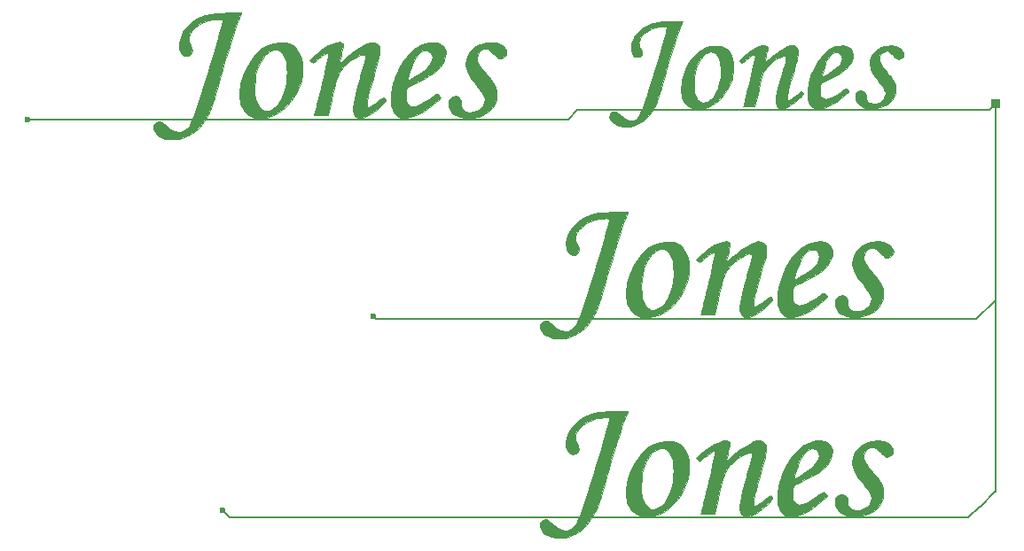
<source format=gtl>
G04 #@! TF.GenerationSoftware,KiCad,Pcbnew,(5.1.6-0-10_14)*
G04 #@! TF.CreationDate,2020-07-21T07:07:53+09:00*
G04 #@! TF.ProjectId,Jones,4a6f6e65-732e-46b6-9963-61645f706362,v.0.2*
G04 #@! TF.SameCoordinates,Original*
G04 #@! TF.FileFunction,Copper,L1,Top*
G04 #@! TF.FilePolarity,Positive*
%FSLAX46Y46*%
G04 Gerber Fmt 4.6, Leading zero omitted, Abs format (unit mm)*
G04 Created by KiCad (PCBNEW (5.1.6-0-10_14)) date 2020-07-21 07:07:53*
%MOMM*%
%LPD*%
G01*
G04 APERTURE LIST*
G04 #@! TA.AperFunction,EtchedComponent*
%ADD10C,0.010000*%
G04 #@! TD*
G04 #@! TA.AperFunction,ComponentPad*
%ADD11R,0.850000X0.850000*%
G04 #@! TD*
G04 #@! TA.AperFunction,ViaPad*
%ADD12C,0.600000*%
G04 #@! TD*
G04 #@! TA.AperFunction,Conductor*
%ADD13C,0.200000*%
G04 #@! TD*
G04 APERTURE END LIST*
D10*
G36*
X128133904Y-204295149D02*
G01*
X128521254Y-204420281D01*
X128830138Y-204619124D01*
X129046917Y-204886550D01*
X129104465Y-205010731D01*
X129139772Y-205261029D01*
X129067333Y-205490726D01*
X128906323Y-205674664D01*
X128675915Y-205787684D01*
X128494412Y-205811210D01*
X128367476Y-205780862D01*
X128215047Y-205679738D01*
X128015420Y-205492720D01*
X127970225Y-205446084D01*
X127780511Y-205255450D01*
X127602579Y-205089039D01*
X127471188Y-204979180D01*
X127458631Y-204970253D01*
X127216518Y-204871256D01*
X126966523Y-204880854D01*
X126730018Y-204984060D01*
X126528377Y-205165884D01*
X126382970Y-205411337D01*
X126315169Y-205705430D01*
X126312790Y-205773873D01*
X126336183Y-205977373D01*
X126412672Y-206196211D01*
X126551718Y-206446597D01*
X126762784Y-206744740D01*
X127055332Y-207106849D01*
X127168629Y-207239960D01*
X127405525Y-207527472D01*
X127628985Y-207819933D01*
X127816448Y-208086409D01*
X127945358Y-208295963D01*
X127961763Y-208327584D01*
X128141866Y-208815131D01*
X128202383Y-209292688D01*
X128150724Y-209749716D01*
X127994303Y-210175676D01*
X127740530Y-210560029D01*
X127396818Y-210892236D01*
X126970579Y-211161758D01*
X126469225Y-211358055D01*
X125900168Y-211470589D01*
X125741290Y-211484879D01*
X125491302Y-211497238D01*
X125278190Y-211499318D01*
X125144807Y-211490792D01*
X125138040Y-211489463D01*
X125003267Y-211460881D01*
X124801517Y-211419286D01*
X124682354Y-211395080D01*
X124288334Y-211259504D01*
X123968995Y-211035305D01*
X123737460Y-210737581D01*
X123606851Y-210381429D01*
X123582290Y-210129505D01*
X123619916Y-209814585D01*
X123737323Y-209592188D01*
X123941304Y-209450906D01*
X123999244Y-209429322D01*
X124268532Y-209391396D01*
X124510068Y-209472554D01*
X124645915Y-209576077D01*
X124735438Y-209687550D01*
X124778471Y-209837384D01*
X124788790Y-210048182D01*
X124819644Y-210379740D01*
X124919941Y-210618798D01*
X125101282Y-210785922D01*
X125244892Y-210856693D01*
X125594378Y-210933768D01*
X125957266Y-210906406D01*
X126306865Y-210787505D01*
X126616481Y-210589969D01*
X126859424Y-210326698D01*
X127009000Y-210010593D01*
X127011065Y-210003043D01*
X127047320Y-209818077D01*
X127046227Y-209640746D01*
X126999800Y-209455085D01*
X126900054Y-209245125D01*
X126739006Y-208994899D01*
X126508668Y-208688438D01*
X126201057Y-208309775D01*
X126109276Y-208199724D01*
X125822000Y-207838745D01*
X125611692Y-207527476D01*
X125459000Y-207232848D01*
X125344575Y-206921795D01*
X125326900Y-206862719D01*
X125243501Y-206367596D01*
X125284115Y-205893542D01*
X125446398Y-205448910D01*
X125728000Y-205042053D01*
X125883350Y-204882517D01*
X126204379Y-204625253D01*
X126547298Y-204446491D01*
X126952954Y-204327434D01*
X127178356Y-204286530D01*
X127681726Y-204248857D01*
X128133904Y-204295149D01*
G37*
X128133904Y-204295149D02*
X128521254Y-204420281D01*
X128830138Y-204619124D01*
X129046917Y-204886550D01*
X129104465Y-205010731D01*
X129139772Y-205261029D01*
X129067333Y-205490726D01*
X128906323Y-205674664D01*
X128675915Y-205787684D01*
X128494412Y-205811210D01*
X128367476Y-205780862D01*
X128215047Y-205679738D01*
X128015420Y-205492720D01*
X127970225Y-205446084D01*
X127780511Y-205255450D01*
X127602579Y-205089039D01*
X127471188Y-204979180D01*
X127458631Y-204970253D01*
X127216518Y-204871256D01*
X126966523Y-204880854D01*
X126730018Y-204984060D01*
X126528377Y-205165884D01*
X126382970Y-205411337D01*
X126315169Y-205705430D01*
X126312790Y-205773873D01*
X126336183Y-205977373D01*
X126412672Y-206196211D01*
X126551718Y-206446597D01*
X126762784Y-206744740D01*
X127055332Y-207106849D01*
X127168629Y-207239960D01*
X127405525Y-207527472D01*
X127628985Y-207819933D01*
X127816448Y-208086409D01*
X127945358Y-208295963D01*
X127961763Y-208327584D01*
X128141866Y-208815131D01*
X128202383Y-209292688D01*
X128150724Y-209749716D01*
X127994303Y-210175676D01*
X127740530Y-210560029D01*
X127396818Y-210892236D01*
X126970579Y-211161758D01*
X126469225Y-211358055D01*
X125900168Y-211470589D01*
X125741290Y-211484879D01*
X125491302Y-211497238D01*
X125278190Y-211499318D01*
X125144807Y-211490792D01*
X125138040Y-211489463D01*
X125003267Y-211460881D01*
X124801517Y-211419286D01*
X124682354Y-211395080D01*
X124288334Y-211259504D01*
X123968995Y-211035305D01*
X123737460Y-210737581D01*
X123606851Y-210381429D01*
X123582290Y-210129505D01*
X123619916Y-209814585D01*
X123737323Y-209592188D01*
X123941304Y-209450906D01*
X123999244Y-209429322D01*
X124268532Y-209391396D01*
X124510068Y-209472554D01*
X124645915Y-209576077D01*
X124735438Y-209687550D01*
X124778471Y-209837384D01*
X124788790Y-210048182D01*
X124819644Y-210379740D01*
X124919941Y-210618798D01*
X125101282Y-210785922D01*
X125244892Y-210856693D01*
X125594378Y-210933768D01*
X125957266Y-210906406D01*
X126306865Y-210787505D01*
X126616481Y-210589969D01*
X126859424Y-210326698D01*
X127009000Y-210010593D01*
X127011065Y-210003043D01*
X127047320Y-209818077D01*
X127046227Y-209640746D01*
X126999800Y-209455085D01*
X126900054Y-209245125D01*
X126739006Y-208994899D01*
X126508668Y-208688438D01*
X126201057Y-208309775D01*
X126109276Y-208199724D01*
X125822000Y-207838745D01*
X125611692Y-207527476D01*
X125459000Y-207232848D01*
X125344575Y-206921795D01*
X125326900Y-206862719D01*
X125243501Y-206367596D01*
X125284115Y-205893542D01*
X125446398Y-205448910D01*
X125728000Y-205042053D01*
X125883350Y-204882517D01*
X126204379Y-204625253D01*
X126547298Y-204446491D01*
X126952954Y-204327434D01*
X127178356Y-204286530D01*
X127681726Y-204248857D01*
X128133904Y-204295149D01*
G36*
X122468989Y-204281200D02*
G01*
X122809742Y-204411341D01*
X123063869Y-204619997D01*
X123230735Y-204892228D01*
X123309707Y-205213090D01*
X123300151Y-205567645D01*
X123201434Y-205940949D01*
X123012923Y-206318062D01*
X122733983Y-206684043D01*
X122577574Y-206842259D01*
X122338666Y-207050672D01*
X122075883Y-207246930D01*
X121769164Y-207443247D01*
X121398450Y-207651833D01*
X120943678Y-207884899D01*
X120552588Y-208074884D01*
X120182591Y-208251731D01*
X119910948Y-208389838D01*
X119723075Y-208508546D01*
X119604386Y-208627199D01*
X119540298Y-208765139D01*
X119516225Y-208941709D01*
X119517582Y-209176251D01*
X119527773Y-209434001D01*
X119540501Y-209709750D01*
X119559507Y-209891036D01*
X119594558Y-210010347D01*
X119655420Y-210100169D01*
X119751857Y-210192993D01*
X119757416Y-210197963D01*
X119971069Y-210339368D01*
X120152072Y-210383210D01*
X120455177Y-210335995D01*
X120829774Y-210198066D01*
X121264542Y-209974999D01*
X121748163Y-209672368D01*
X122097736Y-209425023D01*
X122280622Y-209297508D01*
X122428739Y-209207916D01*
X122505774Y-209176710D01*
X122596843Y-209223986D01*
X122707323Y-209333647D01*
X122794271Y-209457443D01*
X122818177Y-209527708D01*
X122771273Y-209605700D01*
X122639737Y-209742920D01*
X122441528Y-209923735D01*
X122194604Y-210132512D01*
X121916924Y-210353618D01*
X121626445Y-210571418D01*
X121584441Y-210601717D01*
X121021613Y-210968794D01*
X120496004Y-211232512D01*
X119987245Y-211402699D01*
X119867540Y-211430266D01*
X119579428Y-211486512D01*
X119371280Y-211512035D01*
X119200289Y-211508612D01*
X119023646Y-211478019D01*
X118977211Y-211467205D01*
X118657994Y-211331913D01*
X118410976Y-211095831D01*
X118235748Y-210757910D01*
X118131903Y-210317104D01*
X118099032Y-209772363D01*
X118122628Y-209271960D01*
X118190341Y-208724824D01*
X118303099Y-208208668D01*
X118419756Y-207848440D01*
X119708790Y-207848440D01*
X119758509Y-207862254D01*
X119899443Y-207808956D01*
X120119252Y-207694961D01*
X120405600Y-207526683D01*
X120746149Y-207310536D01*
X120756540Y-207303730D01*
X121224321Y-206964750D01*
X121594785Y-206627381D01*
X121861184Y-206299624D01*
X122016767Y-205989486D01*
X122056895Y-205761545D01*
X122008830Y-205501216D01*
X121878444Y-205260862D01*
X121693777Y-205090261D01*
X121671982Y-205078215D01*
X121420988Y-205015717D01*
X121149512Y-205064220D01*
X120876387Y-205213965D01*
X120620445Y-205455189D01*
X120433156Y-205720270D01*
X120304180Y-205971258D01*
X120166426Y-206290526D01*
X120030261Y-206647618D01*
X119906051Y-207012081D01*
X119804160Y-207353460D01*
X119734955Y-207641300D01*
X119708802Y-207845147D01*
X119708790Y-207848440D01*
X118419756Y-207848440D01*
X118471527Y-207688578D01*
X118706248Y-207129643D01*
X118891781Y-206744171D01*
X119233099Y-206141774D01*
X119619574Y-205600285D01*
X120036331Y-205136444D01*
X120468493Y-204766990D01*
X120861965Y-204527238D01*
X121286965Y-204364880D01*
X121738553Y-204268648D01*
X122172994Y-204245237D01*
X122468989Y-204281200D01*
G37*
X122468989Y-204281200D02*
X122809742Y-204411341D01*
X123063869Y-204619997D01*
X123230735Y-204892228D01*
X123309707Y-205213090D01*
X123300151Y-205567645D01*
X123201434Y-205940949D01*
X123012923Y-206318062D01*
X122733983Y-206684043D01*
X122577574Y-206842259D01*
X122338666Y-207050672D01*
X122075883Y-207246930D01*
X121769164Y-207443247D01*
X121398450Y-207651833D01*
X120943678Y-207884899D01*
X120552588Y-208074884D01*
X120182591Y-208251731D01*
X119910948Y-208389838D01*
X119723075Y-208508546D01*
X119604386Y-208627199D01*
X119540298Y-208765139D01*
X119516225Y-208941709D01*
X119517582Y-209176251D01*
X119527773Y-209434001D01*
X119540501Y-209709750D01*
X119559507Y-209891036D01*
X119594558Y-210010347D01*
X119655420Y-210100169D01*
X119751857Y-210192993D01*
X119757416Y-210197963D01*
X119971069Y-210339368D01*
X120152072Y-210383210D01*
X120455177Y-210335995D01*
X120829774Y-210198066D01*
X121264542Y-209974999D01*
X121748163Y-209672368D01*
X122097736Y-209425023D01*
X122280622Y-209297508D01*
X122428739Y-209207916D01*
X122505774Y-209176710D01*
X122596843Y-209223986D01*
X122707323Y-209333647D01*
X122794271Y-209457443D01*
X122818177Y-209527708D01*
X122771273Y-209605700D01*
X122639737Y-209742920D01*
X122441528Y-209923735D01*
X122194604Y-210132512D01*
X121916924Y-210353618D01*
X121626445Y-210571418D01*
X121584441Y-210601717D01*
X121021613Y-210968794D01*
X120496004Y-211232512D01*
X119987245Y-211402699D01*
X119867540Y-211430266D01*
X119579428Y-211486512D01*
X119371280Y-211512035D01*
X119200289Y-211508612D01*
X119023646Y-211478019D01*
X118977211Y-211467205D01*
X118657994Y-211331913D01*
X118410976Y-211095831D01*
X118235748Y-210757910D01*
X118131903Y-210317104D01*
X118099032Y-209772363D01*
X118122628Y-209271960D01*
X118190341Y-208724824D01*
X118303099Y-208208668D01*
X118419756Y-207848440D01*
X119708790Y-207848440D01*
X119758509Y-207862254D01*
X119899443Y-207808956D01*
X120119252Y-207694961D01*
X120405600Y-207526683D01*
X120746149Y-207310536D01*
X120756540Y-207303730D01*
X121224321Y-206964750D01*
X121594785Y-206627381D01*
X121861184Y-206299624D01*
X122016767Y-205989486D01*
X122056895Y-205761545D01*
X122008830Y-205501216D01*
X121878444Y-205260862D01*
X121693777Y-205090261D01*
X121671982Y-205078215D01*
X121420988Y-205015717D01*
X121149512Y-205064220D01*
X120876387Y-205213965D01*
X120620445Y-205455189D01*
X120433156Y-205720270D01*
X120304180Y-205971258D01*
X120166426Y-206290526D01*
X120030261Y-206647618D01*
X119906051Y-207012081D01*
X119804160Y-207353460D01*
X119734955Y-207641300D01*
X119708802Y-207845147D01*
X119708790Y-207848440D01*
X118419756Y-207848440D01*
X118471527Y-207688578D01*
X118706248Y-207129643D01*
X118891781Y-206744171D01*
X119233099Y-206141774D01*
X119619574Y-205600285D01*
X120036331Y-205136444D01*
X120468493Y-204766990D01*
X120861965Y-204527238D01*
X121286965Y-204364880D01*
X121738553Y-204268648D01*
X122172994Y-204245237D01*
X122468989Y-204281200D01*
G36*
X113392954Y-204295940D02*
G01*
X113445448Y-204340818D01*
X113493387Y-204399934D01*
X113520476Y-204464686D01*
X113525367Y-204558751D01*
X113506713Y-204705805D01*
X113463167Y-204929525D01*
X113393563Y-205252757D01*
X113325446Y-205561981D01*
X113264255Y-205834185D01*
X113216498Y-206040786D01*
X113188682Y-206153201D01*
X113187958Y-206155747D01*
X113213724Y-206172469D01*
X113317947Y-206107893D01*
X113488953Y-205970191D01*
X113627182Y-205848248D01*
X114091795Y-205450300D01*
X114561506Y-205090210D01*
X115018685Y-204779106D01*
X115445705Y-204528113D01*
X115824938Y-204348359D01*
X116138755Y-204250971D01*
X116165166Y-204246303D01*
X116456479Y-204253879D01*
X116714190Y-204362040D01*
X116905801Y-204554208D01*
X116956224Y-204649842D01*
X117000753Y-204782461D01*
X117024705Y-204930931D01*
X117025650Y-205108944D01*
X117001157Y-205330193D01*
X116948795Y-205608371D01*
X116866133Y-205957170D01*
X116750742Y-206390283D01*
X116600190Y-206921403D01*
X116479523Y-207335210D01*
X116293204Y-207972872D01*
X116141283Y-208501821D01*
X116020710Y-208934697D01*
X115928437Y-209284140D01*
X115861413Y-209562792D01*
X115816590Y-209783291D01*
X115790919Y-209958280D01*
X115781349Y-210100397D01*
X115784407Y-210216648D01*
X115815607Y-210394081D01*
X115884422Y-210485263D01*
X116001929Y-210488779D01*
X116179204Y-210403214D01*
X116427322Y-210227151D01*
X116566722Y-210116658D01*
X116863088Y-209876149D01*
X117075977Y-209704922D01*
X117221701Y-209593698D01*
X117316569Y-209533200D01*
X117376892Y-209514149D01*
X117418980Y-209527266D01*
X117459145Y-209563274D01*
X117489072Y-209591978D01*
X117582891Y-209701604D01*
X117613290Y-209775761D01*
X117570425Y-209849676D01*
X117455995Y-209985771D01*
X117291244Y-210159531D01*
X117216415Y-210233699D01*
X116700076Y-210702933D01*
X116223478Y-211067131D01*
X115790128Y-211324482D01*
X115403531Y-211473175D01*
X115067194Y-211511399D01*
X114838489Y-211461961D01*
X114663480Y-211323789D01*
X114546649Y-211075829D01*
X114489422Y-210721906D01*
X114483578Y-210510210D01*
X114509054Y-210161133D01*
X114581850Y-209714187D01*
X114702937Y-209165090D01*
X114873282Y-208509564D01*
X115093857Y-207743329D01*
X115160109Y-207523616D01*
X115320847Y-206978108D01*
X115450646Y-206502281D01*
X115547044Y-206106804D01*
X115607577Y-205802346D01*
X115629783Y-205599577D01*
X115621561Y-205524767D01*
X115529084Y-205440807D01*
X115358730Y-205432766D01*
X115127492Y-205492128D01*
X114852362Y-205610382D01*
X114550334Y-205779012D01*
X114238399Y-205989507D01*
X113933551Y-206233351D01*
X113652782Y-206502033D01*
X113636615Y-206519247D01*
X113468948Y-206705938D01*
X113325298Y-206886564D01*
X113200035Y-207075829D01*
X113087529Y-207288438D01*
X112982150Y-207539097D01*
X112878267Y-207842510D01*
X112770252Y-208213383D01*
X112652472Y-208666419D01*
X112519299Y-209216325D01*
X112386958Y-209783158D01*
X112050079Y-211240460D01*
X111402684Y-211258556D01*
X111133430Y-211261398D01*
X110918952Y-211254747D01*
X110785835Y-211239970D01*
X110755290Y-211225254D01*
X110770345Y-211149102D01*
X110811929Y-210972061D01*
X110874670Y-210716170D01*
X110953196Y-210403469D01*
X111007344Y-210191158D01*
X111122433Y-209735895D01*
X111244986Y-209239507D01*
X111371379Y-208717749D01*
X111497989Y-208186381D01*
X111621193Y-207661159D01*
X111737366Y-207157842D01*
X111842885Y-206692186D01*
X111934127Y-206279950D01*
X112007468Y-205936891D01*
X112059286Y-205678767D01*
X112085955Y-205521335D01*
X112088790Y-205488224D01*
X112071639Y-205347503D01*
X112035451Y-205277740D01*
X111930126Y-205284633D01*
X111743329Y-205380538D01*
X111480611Y-205561967D01*
X111147524Y-205825433D01*
X111098208Y-205866478D01*
X110614713Y-206270997D01*
X110297131Y-205953415D01*
X110573835Y-205699709D01*
X110961760Y-205351533D01*
X111285949Y-205079384D01*
X111569139Y-204866276D01*
X111834068Y-204695223D01*
X112103473Y-204549240D01*
X112134179Y-204534070D01*
X112552705Y-204354324D01*
X112908418Y-204253776D01*
X113191706Y-204233843D01*
X113392954Y-204295940D01*
G37*
X113392954Y-204295940D02*
X113445448Y-204340818D01*
X113493387Y-204399934D01*
X113520476Y-204464686D01*
X113525367Y-204558751D01*
X113506713Y-204705805D01*
X113463167Y-204929525D01*
X113393563Y-205252757D01*
X113325446Y-205561981D01*
X113264255Y-205834185D01*
X113216498Y-206040786D01*
X113188682Y-206153201D01*
X113187958Y-206155747D01*
X113213724Y-206172469D01*
X113317947Y-206107893D01*
X113488953Y-205970191D01*
X113627182Y-205848248D01*
X114091795Y-205450300D01*
X114561506Y-205090210D01*
X115018685Y-204779106D01*
X115445705Y-204528113D01*
X115824938Y-204348359D01*
X116138755Y-204250971D01*
X116165166Y-204246303D01*
X116456479Y-204253879D01*
X116714190Y-204362040D01*
X116905801Y-204554208D01*
X116956224Y-204649842D01*
X117000753Y-204782461D01*
X117024705Y-204930931D01*
X117025650Y-205108944D01*
X117001157Y-205330193D01*
X116948795Y-205608371D01*
X116866133Y-205957170D01*
X116750742Y-206390283D01*
X116600190Y-206921403D01*
X116479523Y-207335210D01*
X116293204Y-207972872D01*
X116141283Y-208501821D01*
X116020710Y-208934697D01*
X115928437Y-209284140D01*
X115861413Y-209562792D01*
X115816590Y-209783291D01*
X115790919Y-209958280D01*
X115781349Y-210100397D01*
X115784407Y-210216648D01*
X115815607Y-210394081D01*
X115884422Y-210485263D01*
X116001929Y-210488779D01*
X116179204Y-210403214D01*
X116427322Y-210227151D01*
X116566722Y-210116658D01*
X116863088Y-209876149D01*
X117075977Y-209704922D01*
X117221701Y-209593698D01*
X117316569Y-209533200D01*
X117376892Y-209514149D01*
X117418980Y-209527266D01*
X117459145Y-209563274D01*
X117489072Y-209591978D01*
X117582891Y-209701604D01*
X117613290Y-209775761D01*
X117570425Y-209849676D01*
X117455995Y-209985771D01*
X117291244Y-210159531D01*
X117216415Y-210233699D01*
X116700076Y-210702933D01*
X116223478Y-211067131D01*
X115790128Y-211324482D01*
X115403531Y-211473175D01*
X115067194Y-211511399D01*
X114838489Y-211461961D01*
X114663480Y-211323789D01*
X114546649Y-211075829D01*
X114489422Y-210721906D01*
X114483578Y-210510210D01*
X114509054Y-210161133D01*
X114581850Y-209714187D01*
X114702937Y-209165090D01*
X114873282Y-208509564D01*
X115093857Y-207743329D01*
X115160109Y-207523616D01*
X115320847Y-206978108D01*
X115450646Y-206502281D01*
X115547044Y-206106804D01*
X115607577Y-205802346D01*
X115629783Y-205599577D01*
X115621561Y-205524767D01*
X115529084Y-205440807D01*
X115358730Y-205432766D01*
X115127492Y-205492128D01*
X114852362Y-205610382D01*
X114550334Y-205779012D01*
X114238399Y-205989507D01*
X113933551Y-206233351D01*
X113652782Y-206502033D01*
X113636615Y-206519247D01*
X113468948Y-206705938D01*
X113325298Y-206886564D01*
X113200035Y-207075829D01*
X113087529Y-207288438D01*
X112982150Y-207539097D01*
X112878267Y-207842510D01*
X112770252Y-208213383D01*
X112652472Y-208666419D01*
X112519299Y-209216325D01*
X112386958Y-209783158D01*
X112050079Y-211240460D01*
X111402684Y-211258556D01*
X111133430Y-211261398D01*
X110918952Y-211254747D01*
X110785835Y-211239970D01*
X110755290Y-211225254D01*
X110770345Y-211149102D01*
X110811929Y-210972061D01*
X110874670Y-210716170D01*
X110953196Y-210403469D01*
X111007344Y-210191158D01*
X111122433Y-209735895D01*
X111244986Y-209239507D01*
X111371379Y-208717749D01*
X111497989Y-208186381D01*
X111621193Y-207661159D01*
X111737366Y-207157842D01*
X111842885Y-206692186D01*
X111934127Y-206279950D01*
X112007468Y-205936891D01*
X112059286Y-205678767D01*
X112085955Y-205521335D01*
X112088790Y-205488224D01*
X112071639Y-205347503D01*
X112035451Y-205277740D01*
X111930126Y-205284633D01*
X111743329Y-205380538D01*
X111480611Y-205561967D01*
X111147524Y-205825433D01*
X111098208Y-205866478D01*
X110614713Y-206270997D01*
X110297131Y-205953415D01*
X110573835Y-205699709D01*
X110961760Y-205351533D01*
X111285949Y-205079384D01*
X111569139Y-204866276D01*
X111834068Y-204695223D01*
X112103473Y-204549240D01*
X112134179Y-204534070D01*
X112552705Y-204354324D01*
X112908418Y-204253776D01*
X113191706Y-204233843D01*
X113392954Y-204295940D01*
G36*
X108143957Y-204321097D02*
G01*
X108575696Y-204473183D01*
X108940293Y-204732948D01*
X109239036Y-205101213D01*
X109395319Y-205392149D01*
X109521836Y-205774712D01*
X109599357Y-206241584D01*
X109627194Y-206759621D01*
X109604663Y-207295679D01*
X109531074Y-207816614D01*
X109452314Y-208142574D01*
X109229066Y-208730265D01*
X108911328Y-209310165D01*
X108517113Y-209861820D01*
X108064436Y-210364775D01*
X107571311Y-210798574D01*
X107055753Y-211142764D01*
X106635048Y-211341456D01*
X106262227Y-211445103D01*
X105842580Y-211500876D01*
X105421641Y-211506903D01*
X105044946Y-211461313D01*
X104873843Y-211413819D01*
X104451172Y-211202112D01*
X104111686Y-210897695D01*
X103850814Y-210495783D01*
X103736071Y-210222723D01*
X103669007Y-209934939D01*
X103632649Y-209559193D01*
X103626499Y-209130630D01*
X103650059Y-208684396D01*
X103663713Y-208573460D01*
X105079283Y-208573460D01*
X105096561Y-209167414D01*
X105162741Y-209655276D01*
X105282192Y-210049887D01*
X105459285Y-210364092D01*
X105698392Y-210610734D01*
X105797316Y-210683323D01*
X106007964Y-210791871D01*
X106218783Y-210817412D01*
X106465630Y-210759653D01*
X106664703Y-210676223D01*
X107004456Y-210451865D01*
X107316263Y-210113800D01*
X107593433Y-209673531D01*
X107829274Y-209142560D01*
X108017093Y-208532390D01*
X108083775Y-208236959D01*
X108122660Y-207944317D01*
X108143731Y-207569060D01*
X108147302Y-207154271D01*
X108133691Y-206743032D01*
X108103211Y-206378429D01*
X108068541Y-206157025D01*
X107941685Y-205738337D01*
X107759096Y-205398011D01*
X107532001Y-205146818D01*
X107271629Y-204995531D01*
X106989208Y-204954921D01*
X106841583Y-204979941D01*
X106462537Y-205149838D01*
X106109371Y-205441534D01*
X105785080Y-205851906D01*
X105492654Y-206377833D01*
X105483745Y-206396771D01*
X105305255Y-206850015D01*
X105181804Y-207340324D01*
X105108286Y-207895167D01*
X105079599Y-208542017D01*
X105079283Y-208573460D01*
X103663713Y-208573460D01*
X103702833Y-208255637D01*
X103768402Y-207938460D01*
X104008412Y-207221161D01*
X104346317Y-206526559D01*
X104764360Y-205885170D01*
X105244784Y-205327509D01*
X105343154Y-205232125D01*
X105833156Y-204829765D01*
X106331534Y-204543892D01*
X106861492Y-204364862D01*
X107446233Y-204283031D01*
X107643790Y-204275869D01*
X108143957Y-204321097D01*
G37*
X108143957Y-204321097D02*
X108575696Y-204473183D01*
X108940293Y-204732948D01*
X109239036Y-205101213D01*
X109395319Y-205392149D01*
X109521836Y-205774712D01*
X109599357Y-206241584D01*
X109627194Y-206759621D01*
X109604663Y-207295679D01*
X109531074Y-207816614D01*
X109452314Y-208142574D01*
X109229066Y-208730265D01*
X108911328Y-209310165D01*
X108517113Y-209861820D01*
X108064436Y-210364775D01*
X107571311Y-210798574D01*
X107055753Y-211142764D01*
X106635048Y-211341456D01*
X106262227Y-211445103D01*
X105842580Y-211500876D01*
X105421641Y-211506903D01*
X105044946Y-211461313D01*
X104873843Y-211413819D01*
X104451172Y-211202112D01*
X104111686Y-210897695D01*
X103850814Y-210495783D01*
X103736071Y-210222723D01*
X103669007Y-209934939D01*
X103632649Y-209559193D01*
X103626499Y-209130630D01*
X103650059Y-208684396D01*
X103663713Y-208573460D01*
X105079283Y-208573460D01*
X105096561Y-209167414D01*
X105162741Y-209655276D01*
X105282192Y-210049887D01*
X105459285Y-210364092D01*
X105698392Y-210610734D01*
X105797316Y-210683323D01*
X106007964Y-210791871D01*
X106218783Y-210817412D01*
X106465630Y-210759653D01*
X106664703Y-210676223D01*
X107004456Y-210451865D01*
X107316263Y-210113800D01*
X107593433Y-209673531D01*
X107829274Y-209142560D01*
X108017093Y-208532390D01*
X108083775Y-208236959D01*
X108122660Y-207944317D01*
X108143731Y-207569060D01*
X108147302Y-207154271D01*
X108133691Y-206743032D01*
X108103211Y-206378429D01*
X108068541Y-206157025D01*
X107941685Y-205738337D01*
X107759096Y-205398011D01*
X107532001Y-205146818D01*
X107271629Y-204995531D01*
X106989208Y-204954921D01*
X106841583Y-204979941D01*
X106462537Y-205149838D01*
X106109371Y-205441534D01*
X105785080Y-205851906D01*
X105492654Y-206377833D01*
X105483745Y-206396771D01*
X105305255Y-206850015D01*
X105181804Y-207340324D01*
X105108286Y-207895167D01*
X105079599Y-208542017D01*
X105079283Y-208573460D01*
X103663713Y-208573460D01*
X103702833Y-208255637D01*
X103768402Y-207938460D01*
X104008412Y-207221161D01*
X104346317Y-206526559D01*
X104764360Y-205885170D01*
X105244784Y-205327509D01*
X105343154Y-205232125D01*
X105833156Y-204829765D01*
X106331534Y-204543892D01*
X106861492Y-204364862D01*
X107446233Y-204283031D01*
X107643790Y-204275869D01*
X108143957Y-204321097D01*
G36*
X103417059Y-201427188D02*
G01*
X103629195Y-201431563D01*
X103750558Y-201440735D01*
X103770290Y-201448240D01*
X103747795Y-201510873D01*
X103686915Y-201665995D01*
X103597559Y-201888637D01*
X103513219Y-202096158D01*
X103365298Y-202483419D01*
X103188653Y-202990677D01*
X102984364Y-203614472D01*
X102753511Y-204351350D01*
X102497175Y-205197851D01*
X102216435Y-206150519D01*
X101912371Y-207205897D01*
X101866492Y-207366960D01*
X101661591Y-208084322D01*
X101485855Y-208692023D01*
X101335091Y-209202942D01*
X101205104Y-209629957D01*
X101091700Y-209985947D01*
X100990684Y-210283793D01*
X100897862Y-210536371D01*
X100809040Y-210756562D01*
X100720024Y-210957245D01*
X100648425Y-211107162D01*
X100253001Y-211799944D01*
X99802033Y-212380378D01*
X99296534Y-212847525D01*
X98737514Y-213200448D01*
X98137796Y-213434854D01*
X97758798Y-213512934D01*
X97342595Y-213549382D01*
X96936387Y-213543203D01*
X96587375Y-213493403D01*
X96499540Y-213469384D01*
X96093227Y-213298877D01*
X95767486Y-213075529D01*
X95537475Y-212812676D01*
X95418355Y-212523655D01*
X95417118Y-212517218D01*
X95419757Y-212263182D01*
X95511172Y-212041341D01*
X95669291Y-211876838D01*
X95872044Y-211794817D01*
X96043661Y-211803429D01*
X96166443Y-211864582D01*
X96348387Y-211991251D01*
X96557597Y-212160422D01*
X96642510Y-212235509D01*
X97047690Y-212562939D01*
X97415962Y-212772043D01*
X97754028Y-212863772D01*
X98068586Y-212839079D01*
X98366336Y-212698914D01*
X98589094Y-212512171D01*
X98717345Y-212370507D01*
X98835346Y-212206410D01*
X98950650Y-212003542D01*
X99070809Y-211745567D01*
X99203378Y-211416148D01*
X99355908Y-210998948D01*
X99535952Y-210477631D01*
X99553122Y-210426943D01*
X99707337Y-209963636D01*
X99877326Y-209439670D01*
X100059710Y-208866475D01*
X100251108Y-208255481D01*
X100448141Y-207618118D01*
X100647429Y-206965818D01*
X100845591Y-206310008D01*
X101039247Y-205662121D01*
X101225017Y-205033586D01*
X101399521Y-204435833D01*
X101559380Y-203880292D01*
X101701212Y-203378393D01*
X101821638Y-202941567D01*
X101917277Y-202581244D01*
X101984751Y-202308854D01*
X102020677Y-202135827D01*
X102023121Y-202074375D01*
X101932577Y-202050673D01*
X101749008Y-202044560D01*
X101504843Y-202053856D01*
X101232509Y-202076382D01*
X100964433Y-202109956D01*
X100733045Y-202152400D01*
X100683642Y-202164424D01*
X100224426Y-202323464D01*
X99799776Y-202545205D01*
X99426006Y-202814664D01*
X99119431Y-203116861D01*
X98896365Y-203436814D01*
X98773122Y-203759540D01*
X98753790Y-203936630D01*
X98786501Y-204128434D01*
X98872622Y-204370110D01*
X98944290Y-204519598D01*
X99082804Y-204828380D01*
X99127501Y-205071694D01*
X99079139Y-205268835D01*
X98978926Y-205401346D01*
X98778517Y-205521102D01*
X98529146Y-205560284D01*
X98285130Y-205512217D01*
X98242272Y-205491827D01*
X98084368Y-205340770D01*
X97968244Y-205094837D01*
X97899796Y-204780975D01*
X97884920Y-204426134D01*
X97928967Y-204059896D01*
X98079631Y-203566177D01*
X98325061Y-203116330D01*
X98680983Y-202681548D01*
X98681793Y-202680698D01*
X99157188Y-202260991D01*
X99699135Y-201933171D01*
X100317983Y-201692593D01*
X101024086Y-201534613D01*
X101325540Y-201494365D01*
X101528064Y-201477332D01*
X101801071Y-201462053D01*
X102121522Y-201448963D01*
X102466383Y-201438497D01*
X102812617Y-201431090D01*
X103137188Y-201427175D01*
X103417059Y-201427188D01*
G37*
X103417059Y-201427188D02*
X103629195Y-201431563D01*
X103750558Y-201440735D01*
X103770290Y-201448240D01*
X103747795Y-201510873D01*
X103686915Y-201665995D01*
X103597559Y-201888637D01*
X103513219Y-202096158D01*
X103365298Y-202483419D01*
X103188653Y-202990677D01*
X102984364Y-203614472D01*
X102753511Y-204351350D01*
X102497175Y-205197851D01*
X102216435Y-206150519D01*
X101912371Y-207205897D01*
X101866492Y-207366960D01*
X101661591Y-208084322D01*
X101485855Y-208692023D01*
X101335091Y-209202942D01*
X101205104Y-209629957D01*
X101091700Y-209985947D01*
X100990684Y-210283793D01*
X100897862Y-210536371D01*
X100809040Y-210756562D01*
X100720024Y-210957245D01*
X100648425Y-211107162D01*
X100253001Y-211799944D01*
X99802033Y-212380378D01*
X99296534Y-212847525D01*
X98737514Y-213200448D01*
X98137796Y-213434854D01*
X97758798Y-213512934D01*
X97342595Y-213549382D01*
X96936387Y-213543203D01*
X96587375Y-213493403D01*
X96499540Y-213469384D01*
X96093227Y-213298877D01*
X95767486Y-213075529D01*
X95537475Y-212812676D01*
X95418355Y-212523655D01*
X95417118Y-212517218D01*
X95419757Y-212263182D01*
X95511172Y-212041341D01*
X95669291Y-211876838D01*
X95872044Y-211794817D01*
X96043661Y-211803429D01*
X96166443Y-211864582D01*
X96348387Y-211991251D01*
X96557597Y-212160422D01*
X96642510Y-212235509D01*
X97047690Y-212562939D01*
X97415962Y-212772043D01*
X97754028Y-212863772D01*
X98068586Y-212839079D01*
X98366336Y-212698914D01*
X98589094Y-212512171D01*
X98717345Y-212370507D01*
X98835346Y-212206410D01*
X98950650Y-212003542D01*
X99070809Y-211745567D01*
X99203378Y-211416148D01*
X99355908Y-210998948D01*
X99535952Y-210477631D01*
X99553122Y-210426943D01*
X99707337Y-209963636D01*
X99877326Y-209439670D01*
X100059710Y-208866475D01*
X100251108Y-208255481D01*
X100448141Y-207618118D01*
X100647429Y-206965818D01*
X100845591Y-206310008D01*
X101039247Y-205662121D01*
X101225017Y-205033586D01*
X101399521Y-204435833D01*
X101559380Y-203880292D01*
X101701212Y-203378393D01*
X101821638Y-202941567D01*
X101917277Y-202581244D01*
X101984751Y-202308854D01*
X102020677Y-202135827D01*
X102023121Y-202074375D01*
X101932577Y-202050673D01*
X101749008Y-202044560D01*
X101504843Y-202053856D01*
X101232509Y-202076382D01*
X100964433Y-202109956D01*
X100733045Y-202152400D01*
X100683642Y-202164424D01*
X100224426Y-202323464D01*
X99799776Y-202545205D01*
X99426006Y-202814664D01*
X99119431Y-203116861D01*
X98896365Y-203436814D01*
X98773122Y-203759540D01*
X98753790Y-203936630D01*
X98786501Y-204128434D01*
X98872622Y-204370110D01*
X98944290Y-204519598D01*
X99082804Y-204828380D01*
X99127501Y-205071694D01*
X99079139Y-205268835D01*
X98978926Y-205401346D01*
X98778517Y-205521102D01*
X98529146Y-205560284D01*
X98285130Y-205512217D01*
X98242272Y-205491827D01*
X98084368Y-205340770D01*
X97968244Y-205094837D01*
X97899796Y-204780975D01*
X97884920Y-204426134D01*
X97928967Y-204059896D01*
X98079631Y-203566177D01*
X98325061Y-203116330D01*
X98680983Y-202681548D01*
X98681793Y-202680698D01*
X99157188Y-202260991D01*
X99699135Y-201933171D01*
X100317983Y-201692593D01*
X101024086Y-201534613D01*
X101325540Y-201494365D01*
X101528064Y-201477332D01*
X101801071Y-201462053D01*
X102121522Y-201448963D01*
X102466383Y-201438497D01*
X102812617Y-201431090D01*
X103137188Y-201427175D01*
X103417059Y-201427188D01*
G36*
X91217284Y-166224989D02*
G01*
X91604634Y-166350121D01*
X91913518Y-166548964D01*
X92130297Y-166816390D01*
X92187845Y-166940571D01*
X92223152Y-167190869D01*
X92150713Y-167420566D01*
X91989703Y-167604504D01*
X91759295Y-167717524D01*
X91577792Y-167741050D01*
X91450856Y-167710702D01*
X91298427Y-167609578D01*
X91098800Y-167422560D01*
X91053605Y-167375924D01*
X90863891Y-167185290D01*
X90685959Y-167018879D01*
X90554568Y-166909020D01*
X90542011Y-166900093D01*
X90299898Y-166801096D01*
X90049903Y-166810694D01*
X89813398Y-166913900D01*
X89611757Y-167095724D01*
X89466350Y-167341177D01*
X89398549Y-167635270D01*
X89396170Y-167703713D01*
X89419563Y-167907213D01*
X89496052Y-168126051D01*
X89635098Y-168376437D01*
X89846164Y-168674580D01*
X90138712Y-169036689D01*
X90252009Y-169169800D01*
X90488905Y-169457312D01*
X90712365Y-169749773D01*
X90899828Y-170016249D01*
X91028738Y-170225803D01*
X91045143Y-170257424D01*
X91225246Y-170744971D01*
X91285763Y-171222528D01*
X91234104Y-171679556D01*
X91077683Y-172105516D01*
X90823910Y-172489869D01*
X90480198Y-172822076D01*
X90053959Y-173091598D01*
X89552605Y-173287895D01*
X88983548Y-173400429D01*
X88824670Y-173414719D01*
X88574682Y-173427078D01*
X88361570Y-173429158D01*
X88228187Y-173420632D01*
X88221420Y-173419303D01*
X88086647Y-173390721D01*
X87884897Y-173349126D01*
X87765734Y-173324920D01*
X87371714Y-173189344D01*
X87052375Y-172965145D01*
X86820840Y-172667421D01*
X86690231Y-172311269D01*
X86665670Y-172059345D01*
X86703296Y-171744425D01*
X86820703Y-171522028D01*
X87024684Y-171380746D01*
X87082624Y-171359162D01*
X87351912Y-171321236D01*
X87593448Y-171402394D01*
X87729295Y-171505917D01*
X87818818Y-171617390D01*
X87861851Y-171767224D01*
X87872170Y-171978022D01*
X87903024Y-172309580D01*
X88003321Y-172548638D01*
X88184662Y-172715762D01*
X88328272Y-172786533D01*
X88677758Y-172863608D01*
X89040646Y-172836246D01*
X89390245Y-172717345D01*
X89699861Y-172519809D01*
X89942804Y-172256538D01*
X90092380Y-171940433D01*
X90094445Y-171932883D01*
X90130700Y-171747917D01*
X90129607Y-171570586D01*
X90083180Y-171384925D01*
X89983434Y-171174965D01*
X89822386Y-170924739D01*
X89592048Y-170618278D01*
X89284437Y-170239615D01*
X89192656Y-170129564D01*
X88905380Y-169768585D01*
X88695072Y-169457316D01*
X88542380Y-169162688D01*
X88427955Y-168851635D01*
X88410280Y-168792559D01*
X88326881Y-168297436D01*
X88367495Y-167823382D01*
X88529778Y-167378750D01*
X88811380Y-166971893D01*
X88966730Y-166812357D01*
X89287759Y-166555093D01*
X89630678Y-166376331D01*
X90036334Y-166257274D01*
X90261736Y-166216370D01*
X90765106Y-166178697D01*
X91217284Y-166224989D01*
G37*
X91217284Y-166224989D02*
X91604634Y-166350121D01*
X91913518Y-166548964D01*
X92130297Y-166816390D01*
X92187845Y-166940571D01*
X92223152Y-167190869D01*
X92150713Y-167420566D01*
X91989703Y-167604504D01*
X91759295Y-167717524D01*
X91577792Y-167741050D01*
X91450856Y-167710702D01*
X91298427Y-167609578D01*
X91098800Y-167422560D01*
X91053605Y-167375924D01*
X90863891Y-167185290D01*
X90685959Y-167018879D01*
X90554568Y-166909020D01*
X90542011Y-166900093D01*
X90299898Y-166801096D01*
X90049903Y-166810694D01*
X89813398Y-166913900D01*
X89611757Y-167095724D01*
X89466350Y-167341177D01*
X89398549Y-167635270D01*
X89396170Y-167703713D01*
X89419563Y-167907213D01*
X89496052Y-168126051D01*
X89635098Y-168376437D01*
X89846164Y-168674580D01*
X90138712Y-169036689D01*
X90252009Y-169169800D01*
X90488905Y-169457312D01*
X90712365Y-169749773D01*
X90899828Y-170016249D01*
X91028738Y-170225803D01*
X91045143Y-170257424D01*
X91225246Y-170744971D01*
X91285763Y-171222528D01*
X91234104Y-171679556D01*
X91077683Y-172105516D01*
X90823910Y-172489869D01*
X90480198Y-172822076D01*
X90053959Y-173091598D01*
X89552605Y-173287895D01*
X88983548Y-173400429D01*
X88824670Y-173414719D01*
X88574682Y-173427078D01*
X88361570Y-173429158D01*
X88228187Y-173420632D01*
X88221420Y-173419303D01*
X88086647Y-173390721D01*
X87884897Y-173349126D01*
X87765734Y-173324920D01*
X87371714Y-173189344D01*
X87052375Y-172965145D01*
X86820840Y-172667421D01*
X86690231Y-172311269D01*
X86665670Y-172059345D01*
X86703296Y-171744425D01*
X86820703Y-171522028D01*
X87024684Y-171380746D01*
X87082624Y-171359162D01*
X87351912Y-171321236D01*
X87593448Y-171402394D01*
X87729295Y-171505917D01*
X87818818Y-171617390D01*
X87861851Y-171767224D01*
X87872170Y-171978022D01*
X87903024Y-172309580D01*
X88003321Y-172548638D01*
X88184662Y-172715762D01*
X88328272Y-172786533D01*
X88677758Y-172863608D01*
X89040646Y-172836246D01*
X89390245Y-172717345D01*
X89699861Y-172519809D01*
X89942804Y-172256538D01*
X90092380Y-171940433D01*
X90094445Y-171932883D01*
X90130700Y-171747917D01*
X90129607Y-171570586D01*
X90083180Y-171384925D01*
X89983434Y-171174965D01*
X89822386Y-170924739D01*
X89592048Y-170618278D01*
X89284437Y-170239615D01*
X89192656Y-170129564D01*
X88905380Y-169768585D01*
X88695072Y-169457316D01*
X88542380Y-169162688D01*
X88427955Y-168851635D01*
X88410280Y-168792559D01*
X88326881Y-168297436D01*
X88367495Y-167823382D01*
X88529778Y-167378750D01*
X88811380Y-166971893D01*
X88966730Y-166812357D01*
X89287759Y-166555093D01*
X89630678Y-166376331D01*
X90036334Y-166257274D01*
X90261736Y-166216370D01*
X90765106Y-166178697D01*
X91217284Y-166224989D01*
G36*
X85552369Y-166211040D02*
G01*
X85893122Y-166341181D01*
X86147249Y-166549837D01*
X86314115Y-166822068D01*
X86393087Y-167142930D01*
X86383531Y-167497485D01*
X86284814Y-167870789D01*
X86096303Y-168247902D01*
X85817363Y-168613883D01*
X85660954Y-168772099D01*
X85422046Y-168980512D01*
X85159263Y-169176770D01*
X84852544Y-169373087D01*
X84481830Y-169581673D01*
X84027058Y-169814739D01*
X83635968Y-170004724D01*
X83265971Y-170181571D01*
X82994328Y-170319678D01*
X82806455Y-170438386D01*
X82687766Y-170557039D01*
X82623678Y-170694979D01*
X82599605Y-170871549D01*
X82600962Y-171106091D01*
X82611153Y-171363841D01*
X82623881Y-171639590D01*
X82642887Y-171820876D01*
X82677938Y-171940187D01*
X82738800Y-172030009D01*
X82835237Y-172122833D01*
X82840796Y-172127803D01*
X83054449Y-172269208D01*
X83235452Y-172313050D01*
X83538557Y-172265835D01*
X83913154Y-172127906D01*
X84347922Y-171904839D01*
X84831543Y-171602208D01*
X85181116Y-171354863D01*
X85364002Y-171227348D01*
X85512119Y-171137756D01*
X85589154Y-171106550D01*
X85680223Y-171153826D01*
X85790703Y-171263487D01*
X85877651Y-171387283D01*
X85901557Y-171457548D01*
X85854653Y-171535540D01*
X85723117Y-171672760D01*
X85524908Y-171853575D01*
X85277984Y-172062352D01*
X85000304Y-172283458D01*
X84709825Y-172501258D01*
X84667821Y-172531557D01*
X84104993Y-172898634D01*
X83579384Y-173162352D01*
X83070625Y-173332539D01*
X82950920Y-173360106D01*
X82662808Y-173416352D01*
X82454660Y-173441875D01*
X82283669Y-173438452D01*
X82107026Y-173407859D01*
X82060591Y-173397045D01*
X81741374Y-173261753D01*
X81494356Y-173025671D01*
X81319128Y-172687750D01*
X81215283Y-172246944D01*
X81182412Y-171702203D01*
X81206008Y-171201800D01*
X81273721Y-170654664D01*
X81386479Y-170138508D01*
X81503136Y-169778280D01*
X82792170Y-169778280D01*
X82841889Y-169792094D01*
X82982823Y-169738796D01*
X83202632Y-169624801D01*
X83488980Y-169456523D01*
X83829529Y-169240376D01*
X83839920Y-169233570D01*
X84307701Y-168894590D01*
X84678165Y-168557221D01*
X84944564Y-168229464D01*
X85100147Y-167919326D01*
X85140275Y-167691385D01*
X85092210Y-167431056D01*
X84961824Y-167190702D01*
X84777157Y-167020101D01*
X84755362Y-167008055D01*
X84504368Y-166945557D01*
X84232892Y-166994060D01*
X83959767Y-167143805D01*
X83703825Y-167385029D01*
X83516536Y-167650110D01*
X83387560Y-167901098D01*
X83249806Y-168220366D01*
X83113641Y-168577458D01*
X82989431Y-168941921D01*
X82887540Y-169283300D01*
X82818335Y-169571140D01*
X82792182Y-169774987D01*
X82792170Y-169778280D01*
X81503136Y-169778280D01*
X81554907Y-169618418D01*
X81789628Y-169059483D01*
X81975161Y-168674011D01*
X82316479Y-168071614D01*
X82702954Y-167530125D01*
X83119711Y-167066284D01*
X83551873Y-166696830D01*
X83945345Y-166457078D01*
X84370345Y-166294720D01*
X84821933Y-166198488D01*
X85256374Y-166175077D01*
X85552369Y-166211040D01*
G37*
X85552369Y-166211040D02*
X85893122Y-166341181D01*
X86147249Y-166549837D01*
X86314115Y-166822068D01*
X86393087Y-167142930D01*
X86383531Y-167497485D01*
X86284814Y-167870789D01*
X86096303Y-168247902D01*
X85817363Y-168613883D01*
X85660954Y-168772099D01*
X85422046Y-168980512D01*
X85159263Y-169176770D01*
X84852544Y-169373087D01*
X84481830Y-169581673D01*
X84027058Y-169814739D01*
X83635968Y-170004724D01*
X83265971Y-170181571D01*
X82994328Y-170319678D01*
X82806455Y-170438386D01*
X82687766Y-170557039D01*
X82623678Y-170694979D01*
X82599605Y-170871549D01*
X82600962Y-171106091D01*
X82611153Y-171363841D01*
X82623881Y-171639590D01*
X82642887Y-171820876D01*
X82677938Y-171940187D01*
X82738800Y-172030009D01*
X82835237Y-172122833D01*
X82840796Y-172127803D01*
X83054449Y-172269208D01*
X83235452Y-172313050D01*
X83538557Y-172265835D01*
X83913154Y-172127906D01*
X84347922Y-171904839D01*
X84831543Y-171602208D01*
X85181116Y-171354863D01*
X85364002Y-171227348D01*
X85512119Y-171137756D01*
X85589154Y-171106550D01*
X85680223Y-171153826D01*
X85790703Y-171263487D01*
X85877651Y-171387283D01*
X85901557Y-171457548D01*
X85854653Y-171535540D01*
X85723117Y-171672760D01*
X85524908Y-171853575D01*
X85277984Y-172062352D01*
X85000304Y-172283458D01*
X84709825Y-172501258D01*
X84667821Y-172531557D01*
X84104993Y-172898634D01*
X83579384Y-173162352D01*
X83070625Y-173332539D01*
X82950920Y-173360106D01*
X82662808Y-173416352D01*
X82454660Y-173441875D01*
X82283669Y-173438452D01*
X82107026Y-173407859D01*
X82060591Y-173397045D01*
X81741374Y-173261753D01*
X81494356Y-173025671D01*
X81319128Y-172687750D01*
X81215283Y-172246944D01*
X81182412Y-171702203D01*
X81206008Y-171201800D01*
X81273721Y-170654664D01*
X81386479Y-170138508D01*
X81503136Y-169778280D01*
X82792170Y-169778280D01*
X82841889Y-169792094D01*
X82982823Y-169738796D01*
X83202632Y-169624801D01*
X83488980Y-169456523D01*
X83829529Y-169240376D01*
X83839920Y-169233570D01*
X84307701Y-168894590D01*
X84678165Y-168557221D01*
X84944564Y-168229464D01*
X85100147Y-167919326D01*
X85140275Y-167691385D01*
X85092210Y-167431056D01*
X84961824Y-167190702D01*
X84777157Y-167020101D01*
X84755362Y-167008055D01*
X84504368Y-166945557D01*
X84232892Y-166994060D01*
X83959767Y-167143805D01*
X83703825Y-167385029D01*
X83516536Y-167650110D01*
X83387560Y-167901098D01*
X83249806Y-168220366D01*
X83113641Y-168577458D01*
X82989431Y-168941921D01*
X82887540Y-169283300D01*
X82818335Y-169571140D01*
X82792182Y-169774987D01*
X82792170Y-169778280D01*
X81503136Y-169778280D01*
X81554907Y-169618418D01*
X81789628Y-169059483D01*
X81975161Y-168674011D01*
X82316479Y-168071614D01*
X82702954Y-167530125D01*
X83119711Y-167066284D01*
X83551873Y-166696830D01*
X83945345Y-166457078D01*
X84370345Y-166294720D01*
X84821933Y-166198488D01*
X85256374Y-166175077D01*
X85552369Y-166211040D01*
G36*
X76476334Y-166225780D02*
G01*
X76528828Y-166270658D01*
X76576767Y-166329774D01*
X76603856Y-166394526D01*
X76608747Y-166488591D01*
X76590093Y-166635645D01*
X76546547Y-166859365D01*
X76476943Y-167182597D01*
X76408826Y-167491821D01*
X76347635Y-167764025D01*
X76299878Y-167970626D01*
X76272062Y-168083041D01*
X76271338Y-168085587D01*
X76297104Y-168102309D01*
X76401327Y-168037733D01*
X76572333Y-167900031D01*
X76710562Y-167778088D01*
X77175175Y-167380140D01*
X77644886Y-167020050D01*
X78102065Y-166708946D01*
X78529085Y-166457953D01*
X78908318Y-166278199D01*
X79222135Y-166180811D01*
X79248546Y-166176143D01*
X79539859Y-166183719D01*
X79797570Y-166291880D01*
X79989181Y-166484048D01*
X80039604Y-166579682D01*
X80084133Y-166712301D01*
X80108085Y-166860771D01*
X80109030Y-167038784D01*
X80084537Y-167260033D01*
X80032175Y-167538211D01*
X79949513Y-167887010D01*
X79834122Y-168320123D01*
X79683570Y-168851243D01*
X79562903Y-169265050D01*
X79376584Y-169902712D01*
X79224663Y-170431661D01*
X79104090Y-170864537D01*
X79011817Y-171213980D01*
X78944793Y-171492632D01*
X78899970Y-171713131D01*
X78874299Y-171888120D01*
X78864729Y-172030237D01*
X78867787Y-172146488D01*
X78898987Y-172323921D01*
X78967802Y-172415103D01*
X79085309Y-172418619D01*
X79262584Y-172333054D01*
X79510702Y-172156991D01*
X79650102Y-172046498D01*
X79946468Y-171805989D01*
X80159357Y-171634762D01*
X80305081Y-171523538D01*
X80399949Y-171463040D01*
X80460272Y-171443989D01*
X80502360Y-171457106D01*
X80542525Y-171493114D01*
X80572452Y-171521818D01*
X80666271Y-171631444D01*
X80696670Y-171705601D01*
X80653805Y-171779516D01*
X80539375Y-171915611D01*
X80374624Y-172089371D01*
X80299795Y-172163539D01*
X79783456Y-172632773D01*
X79306858Y-172996971D01*
X78873508Y-173254322D01*
X78486911Y-173403015D01*
X78150574Y-173441239D01*
X77921869Y-173391801D01*
X77746860Y-173253629D01*
X77630029Y-173005669D01*
X77572802Y-172651746D01*
X77566958Y-172440050D01*
X77592434Y-172090973D01*
X77665230Y-171644027D01*
X77786317Y-171094930D01*
X77956662Y-170439404D01*
X78177237Y-169673169D01*
X78243489Y-169453456D01*
X78404227Y-168907948D01*
X78534026Y-168432121D01*
X78630424Y-168036644D01*
X78690957Y-167732186D01*
X78713163Y-167529417D01*
X78704941Y-167454607D01*
X78612464Y-167370647D01*
X78442110Y-167362606D01*
X78210872Y-167421968D01*
X77935742Y-167540222D01*
X77633714Y-167708852D01*
X77321779Y-167919347D01*
X77016931Y-168163191D01*
X76736162Y-168431873D01*
X76719995Y-168449087D01*
X76552328Y-168635778D01*
X76408678Y-168816404D01*
X76283415Y-169005669D01*
X76170909Y-169218278D01*
X76065530Y-169468937D01*
X75961647Y-169772350D01*
X75853632Y-170143223D01*
X75735852Y-170596259D01*
X75602679Y-171146165D01*
X75470338Y-171712998D01*
X75133459Y-173170300D01*
X74486064Y-173188396D01*
X74216810Y-173191238D01*
X74002332Y-173184587D01*
X73869215Y-173169810D01*
X73838670Y-173155094D01*
X73853725Y-173078942D01*
X73895309Y-172901901D01*
X73958050Y-172646010D01*
X74036576Y-172333309D01*
X74090724Y-172120998D01*
X74205813Y-171665735D01*
X74328366Y-171169347D01*
X74454759Y-170647589D01*
X74581369Y-170116221D01*
X74704573Y-169590999D01*
X74820746Y-169087682D01*
X74926265Y-168622026D01*
X75017507Y-168209790D01*
X75090848Y-167866731D01*
X75142666Y-167608607D01*
X75169335Y-167451175D01*
X75172170Y-167418064D01*
X75155019Y-167277343D01*
X75118831Y-167207580D01*
X75013506Y-167214473D01*
X74826709Y-167310378D01*
X74563991Y-167491807D01*
X74230904Y-167755273D01*
X74181588Y-167796318D01*
X73698093Y-168200837D01*
X73380511Y-167883255D01*
X73657215Y-167629549D01*
X74045140Y-167281373D01*
X74369329Y-167009224D01*
X74652519Y-166796116D01*
X74917448Y-166625063D01*
X75186853Y-166479080D01*
X75217559Y-166463910D01*
X75636085Y-166284164D01*
X75991798Y-166183616D01*
X76275086Y-166163683D01*
X76476334Y-166225780D01*
G37*
X76476334Y-166225780D02*
X76528828Y-166270658D01*
X76576767Y-166329774D01*
X76603856Y-166394526D01*
X76608747Y-166488591D01*
X76590093Y-166635645D01*
X76546547Y-166859365D01*
X76476943Y-167182597D01*
X76408826Y-167491821D01*
X76347635Y-167764025D01*
X76299878Y-167970626D01*
X76272062Y-168083041D01*
X76271338Y-168085587D01*
X76297104Y-168102309D01*
X76401327Y-168037733D01*
X76572333Y-167900031D01*
X76710562Y-167778088D01*
X77175175Y-167380140D01*
X77644886Y-167020050D01*
X78102065Y-166708946D01*
X78529085Y-166457953D01*
X78908318Y-166278199D01*
X79222135Y-166180811D01*
X79248546Y-166176143D01*
X79539859Y-166183719D01*
X79797570Y-166291880D01*
X79989181Y-166484048D01*
X80039604Y-166579682D01*
X80084133Y-166712301D01*
X80108085Y-166860771D01*
X80109030Y-167038784D01*
X80084537Y-167260033D01*
X80032175Y-167538211D01*
X79949513Y-167887010D01*
X79834122Y-168320123D01*
X79683570Y-168851243D01*
X79562903Y-169265050D01*
X79376584Y-169902712D01*
X79224663Y-170431661D01*
X79104090Y-170864537D01*
X79011817Y-171213980D01*
X78944793Y-171492632D01*
X78899970Y-171713131D01*
X78874299Y-171888120D01*
X78864729Y-172030237D01*
X78867787Y-172146488D01*
X78898987Y-172323921D01*
X78967802Y-172415103D01*
X79085309Y-172418619D01*
X79262584Y-172333054D01*
X79510702Y-172156991D01*
X79650102Y-172046498D01*
X79946468Y-171805989D01*
X80159357Y-171634762D01*
X80305081Y-171523538D01*
X80399949Y-171463040D01*
X80460272Y-171443989D01*
X80502360Y-171457106D01*
X80542525Y-171493114D01*
X80572452Y-171521818D01*
X80666271Y-171631444D01*
X80696670Y-171705601D01*
X80653805Y-171779516D01*
X80539375Y-171915611D01*
X80374624Y-172089371D01*
X80299795Y-172163539D01*
X79783456Y-172632773D01*
X79306858Y-172996971D01*
X78873508Y-173254322D01*
X78486911Y-173403015D01*
X78150574Y-173441239D01*
X77921869Y-173391801D01*
X77746860Y-173253629D01*
X77630029Y-173005669D01*
X77572802Y-172651746D01*
X77566958Y-172440050D01*
X77592434Y-172090973D01*
X77665230Y-171644027D01*
X77786317Y-171094930D01*
X77956662Y-170439404D01*
X78177237Y-169673169D01*
X78243489Y-169453456D01*
X78404227Y-168907948D01*
X78534026Y-168432121D01*
X78630424Y-168036644D01*
X78690957Y-167732186D01*
X78713163Y-167529417D01*
X78704941Y-167454607D01*
X78612464Y-167370647D01*
X78442110Y-167362606D01*
X78210872Y-167421968D01*
X77935742Y-167540222D01*
X77633714Y-167708852D01*
X77321779Y-167919347D01*
X77016931Y-168163191D01*
X76736162Y-168431873D01*
X76719995Y-168449087D01*
X76552328Y-168635778D01*
X76408678Y-168816404D01*
X76283415Y-169005669D01*
X76170909Y-169218278D01*
X76065530Y-169468937D01*
X75961647Y-169772350D01*
X75853632Y-170143223D01*
X75735852Y-170596259D01*
X75602679Y-171146165D01*
X75470338Y-171712998D01*
X75133459Y-173170300D01*
X74486064Y-173188396D01*
X74216810Y-173191238D01*
X74002332Y-173184587D01*
X73869215Y-173169810D01*
X73838670Y-173155094D01*
X73853725Y-173078942D01*
X73895309Y-172901901D01*
X73958050Y-172646010D01*
X74036576Y-172333309D01*
X74090724Y-172120998D01*
X74205813Y-171665735D01*
X74328366Y-171169347D01*
X74454759Y-170647589D01*
X74581369Y-170116221D01*
X74704573Y-169590999D01*
X74820746Y-169087682D01*
X74926265Y-168622026D01*
X75017507Y-168209790D01*
X75090848Y-167866731D01*
X75142666Y-167608607D01*
X75169335Y-167451175D01*
X75172170Y-167418064D01*
X75155019Y-167277343D01*
X75118831Y-167207580D01*
X75013506Y-167214473D01*
X74826709Y-167310378D01*
X74563991Y-167491807D01*
X74230904Y-167755273D01*
X74181588Y-167796318D01*
X73698093Y-168200837D01*
X73380511Y-167883255D01*
X73657215Y-167629549D01*
X74045140Y-167281373D01*
X74369329Y-167009224D01*
X74652519Y-166796116D01*
X74917448Y-166625063D01*
X75186853Y-166479080D01*
X75217559Y-166463910D01*
X75636085Y-166284164D01*
X75991798Y-166183616D01*
X76275086Y-166163683D01*
X76476334Y-166225780D01*
G36*
X71227337Y-166250937D02*
G01*
X71659076Y-166403023D01*
X72023673Y-166662788D01*
X72322416Y-167031053D01*
X72478699Y-167321989D01*
X72605216Y-167704552D01*
X72682737Y-168171424D01*
X72710574Y-168689461D01*
X72688043Y-169225519D01*
X72614454Y-169746454D01*
X72535694Y-170072414D01*
X72312446Y-170660105D01*
X71994708Y-171240005D01*
X71600493Y-171791660D01*
X71147816Y-172294615D01*
X70654691Y-172728414D01*
X70139133Y-173072604D01*
X69718428Y-173271296D01*
X69345607Y-173374943D01*
X68925960Y-173430716D01*
X68505021Y-173436743D01*
X68128326Y-173391153D01*
X67957223Y-173343659D01*
X67534552Y-173131952D01*
X67195066Y-172827535D01*
X66934194Y-172425623D01*
X66819451Y-172152563D01*
X66752387Y-171864779D01*
X66716029Y-171489033D01*
X66709879Y-171060470D01*
X66733439Y-170614236D01*
X66747093Y-170503300D01*
X68162663Y-170503300D01*
X68179941Y-171097254D01*
X68246121Y-171585116D01*
X68365572Y-171979727D01*
X68542665Y-172293932D01*
X68781772Y-172540574D01*
X68880696Y-172613163D01*
X69091344Y-172721711D01*
X69302163Y-172747252D01*
X69549010Y-172689493D01*
X69748083Y-172606063D01*
X70087836Y-172381705D01*
X70399643Y-172043640D01*
X70676813Y-171603371D01*
X70912654Y-171072400D01*
X71100473Y-170462230D01*
X71167155Y-170166799D01*
X71206040Y-169874157D01*
X71227111Y-169498900D01*
X71230682Y-169084111D01*
X71217071Y-168672872D01*
X71186591Y-168308269D01*
X71151921Y-168086865D01*
X71025065Y-167668177D01*
X70842476Y-167327851D01*
X70615381Y-167076658D01*
X70355009Y-166925371D01*
X70072588Y-166884761D01*
X69924963Y-166909781D01*
X69545917Y-167079678D01*
X69192751Y-167371374D01*
X68868460Y-167781746D01*
X68576034Y-168307673D01*
X68567125Y-168326611D01*
X68388635Y-168779855D01*
X68265184Y-169270164D01*
X68191666Y-169825007D01*
X68162979Y-170471857D01*
X68162663Y-170503300D01*
X66747093Y-170503300D01*
X66786213Y-170185477D01*
X66851782Y-169868300D01*
X67091792Y-169151001D01*
X67429697Y-168456399D01*
X67847740Y-167815010D01*
X68328164Y-167257349D01*
X68426534Y-167161965D01*
X68916536Y-166759605D01*
X69414914Y-166473732D01*
X69944872Y-166294702D01*
X70529613Y-166212871D01*
X70727170Y-166205709D01*
X71227337Y-166250937D01*
G37*
X71227337Y-166250937D02*
X71659076Y-166403023D01*
X72023673Y-166662788D01*
X72322416Y-167031053D01*
X72478699Y-167321989D01*
X72605216Y-167704552D01*
X72682737Y-168171424D01*
X72710574Y-168689461D01*
X72688043Y-169225519D01*
X72614454Y-169746454D01*
X72535694Y-170072414D01*
X72312446Y-170660105D01*
X71994708Y-171240005D01*
X71600493Y-171791660D01*
X71147816Y-172294615D01*
X70654691Y-172728414D01*
X70139133Y-173072604D01*
X69718428Y-173271296D01*
X69345607Y-173374943D01*
X68925960Y-173430716D01*
X68505021Y-173436743D01*
X68128326Y-173391153D01*
X67957223Y-173343659D01*
X67534552Y-173131952D01*
X67195066Y-172827535D01*
X66934194Y-172425623D01*
X66819451Y-172152563D01*
X66752387Y-171864779D01*
X66716029Y-171489033D01*
X66709879Y-171060470D01*
X66733439Y-170614236D01*
X66747093Y-170503300D01*
X68162663Y-170503300D01*
X68179941Y-171097254D01*
X68246121Y-171585116D01*
X68365572Y-171979727D01*
X68542665Y-172293932D01*
X68781772Y-172540574D01*
X68880696Y-172613163D01*
X69091344Y-172721711D01*
X69302163Y-172747252D01*
X69549010Y-172689493D01*
X69748083Y-172606063D01*
X70087836Y-172381705D01*
X70399643Y-172043640D01*
X70676813Y-171603371D01*
X70912654Y-171072400D01*
X71100473Y-170462230D01*
X71167155Y-170166799D01*
X71206040Y-169874157D01*
X71227111Y-169498900D01*
X71230682Y-169084111D01*
X71217071Y-168672872D01*
X71186591Y-168308269D01*
X71151921Y-168086865D01*
X71025065Y-167668177D01*
X70842476Y-167327851D01*
X70615381Y-167076658D01*
X70355009Y-166925371D01*
X70072588Y-166884761D01*
X69924963Y-166909781D01*
X69545917Y-167079678D01*
X69192751Y-167371374D01*
X68868460Y-167781746D01*
X68576034Y-168307673D01*
X68567125Y-168326611D01*
X68388635Y-168779855D01*
X68265184Y-169270164D01*
X68191666Y-169825007D01*
X68162979Y-170471857D01*
X68162663Y-170503300D01*
X66747093Y-170503300D01*
X66786213Y-170185477D01*
X66851782Y-169868300D01*
X67091792Y-169151001D01*
X67429697Y-168456399D01*
X67847740Y-167815010D01*
X68328164Y-167257349D01*
X68426534Y-167161965D01*
X68916536Y-166759605D01*
X69414914Y-166473732D01*
X69944872Y-166294702D01*
X70529613Y-166212871D01*
X70727170Y-166205709D01*
X71227337Y-166250937D01*
G36*
X66500439Y-163357028D02*
G01*
X66712575Y-163361403D01*
X66833938Y-163370575D01*
X66853670Y-163378080D01*
X66831175Y-163440713D01*
X66770295Y-163595835D01*
X66680939Y-163818477D01*
X66596599Y-164025998D01*
X66448678Y-164413259D01*
X66272033Y-164920517D01*
X66067744Y-165544312D01*
X65836891Y-166281190D01*
X65580555Y-167127691D01*
X65299815Y-168080359D01*
X64995751Y-169135737D01*
X64949872Y-169296800D01*
X64744971Y-170014162D01*
X64569235Y-170621863D01*
X64418471Y-171132782D01*
X64288484Y-171559797D01*
X64175080Y-171915787D01*
X64074064Y-172213633D01*
X63981242Y-172466211D01*
X63892420Y-172686402D01*
X63803404Y-172887085D01*
X63731805Y-173037002D01*
X63336381Y-173729784D01*
X62885413Y-174310218D01*
X62379914Y-174777365D01*
X61820894Y-175130288D01*
X61221176Y-175364694D01*
X60842178Y-175442774D01*
X60425975Y-175479222D01*
X60019767Y-175473043D01*
X59670755Y-175423243D01*
X59582920Y-175399224D01*
X59176607Y-175228717D01*
X58850866Y-175005369D01*
X58620855Y-174742516D01*
X58501735Y-174453495D01*
X58500498Y-174447058D01*
X58503137Y-174193022D01*
X58594552Y-173971181D01*
X58752671Y-173806678D01*
X58955424Y-173724657D01*
X59127041Y-173733269D01*
X59249823Y-173794422D01*
X59431767Y-173921091D01*
X59640977Y-174090262D01*
X59725890Y-174165349D01*
X60131070Y-174492779D01*
X60499342Y-174701883D01*
X60837408Y-174793612D01*
X61151966Y-174768919D01*
X61449716Y-174628754D01*
X61672474Y-174442011D01*
X61800725Y-174300347D01*
X61918726Y-174136250D01*
X62034030Y-173933382D01*
X62154189Y-173675407D01*
X62286758Y-173345988D01*
X62439288Y-172928788D01*
X62619332Y-172407471D01*
X62636502Y-172356783D01*
X62790717Y-171893476D01*
X62960706Y-171369510D01*
X63143090Y-170796315D01*
X63334488Y-170185321D01*
X63531521Y-169547958D01*
X63730809Y-168895658D01*
X63928971Y-168239848D01*
X64122627Y-167591961D01*
X64308397Y-166963426D01*
X64482901Y-166365673D01*
X64642760Y-165810132D01*
X64784592Y-165308233D01*
X64905018Y-164871407D01*
X65000657Y-164511084D01*
X65068131Y-164238694D01*
X65104057Y-164065667D01*
X65106501Y-164004215D01*
X65015957Y-163980513D01*
X64832388Y-163974400D01*
X64588223Y-163983696D01*
X64315889Y-164006222D01*
X64047813Y-164039796D01*
X63816425Y-164082240D01*
X63767022Y-164094264D01*
X63307806Y-164253304D01*
X62883156Y-164475045D01*
X62509386Y-164744504D01*
X62202811Y-165046701D01*
X61979745Y-165366654D01*
X61856502Y-165689380D01*
X61837170Y-165866470D01*
X61869881Y-166058274D01*
X61956002Y-166299950D01*
X62027670Y-166449438D01*
X62166184Y-166758220D01*
X62210881Y-167001534D01*
X62162519Y-167198675D01*
X62062306Y-167331186D01*
X61861897Y-167450942D01*
X61612526Y-167490124D01*
X61368510Y-167442057D01*
X61325652Y-167421667D01*
X61167748Y-167270610D01*
X61051624Y-167024677D01*
X60983176Y-166710815D01*
X60968300Y-166355974D01*
X61012347Y-165989736D01*
X61163011Y-165496017D01*
X61408441Y-165046170D01*
X61764363Y-164611388D01*
X61765173Y-164610538D01*
X62240568Y-164190831D01*
X62782515Y-163863011D01*
X63401363Y-163622433D01*
X64107466Y-163464453D01*
X64408920Y-163424205D01*
X64611444Y-163407172D01*
X64884451Y-163391893D01*
X65204902Y-163378803D01*
X65549763Y-163368337D01*
X65895997Y-163360930D01*
X66220568Y-163357015D01*
X66500439Y-163357028D01*
G37*
X66500439Y-163357028D02*
X66712575Y-163361403D01*
X66833938Y-163370575D01*
X66853670Y-163378080D01*
X66831175Y-163440713D01*
X66770295Y-163595835D01*
X66680939Y-163818477D01*
X66596599Y-164025998D01*
X66448678Y-164413259D01*
X66272033Y-164920517D01*
X66067744Y-165544312D01*
X65836891Y-166281190D01*
X65580555Y-167127691D01*
X65299815Y-168080359D01*
X64995751Y-169135737D01*
X64949872Y-169296800D01*
X64744971Y-170014162D01*
X64569235Y-170621863D01*
X64418471Y-171132782D01*
X64288484Y-171559797D01*
X64175080Y-171915787D01*
X64074064Y-172213633D01*
X63981242Y-172466211D01*
X63892420Y-172686402D01*
X63803404Y-172887085D01*
X63731805Y-173037002D01*
X63336381Y-173729784D01*
X62885413Y-174310218D01*
X62379914Y-174777365D01*
X61820894Y-175130288D01*
X61221176Y-175364694D01*
X60842178Y-175442774D01*
X60425975Y-175479222D01*
X60019767Y-175473043D01*
X59670755Y-175423243D01*
X59582920Y-175399224D01*
X59176607Y-175228717D01*
X58850866Y-175005369D01*
X58620855Y-174742516D01*
X58501735Y-174453495D01*
X58500498Y-174447058D01*
X58503137Y-174193022D01*
X58594552Y-173971181D01*
X58752671Y-173806678D01*
X58955424Y-173724657D01*
X59127041Y-173733269D01*
X59249823Y-173794422D01*
X59431767Y-173921091D01*
X59640977Y-174090262D01*
X59725890Y-174165349D01*
X60131070Y-174492779D01*
X60499342Y-174701883D01*
X60837408Y-174793612D01*
X61151966Y-174768919D01*
X61449716Y-174628754D01*
X61672474Y-174442011D01*
X61800725Y-174300347D01*
X61918726Y-174136250D01*
X62034030Y-173933382D01*
X62154189Y-173675407D01*
X62286758Y-173345988D01*
X62439288Y-172928788D01*
X62619332Y-172407471D01*
X62636502Y-172356783D01*
X62790717Y-171893476D01*
X62960706Y-171369510D01*
X63143090Y-170796315D01*
X63334488Y-170185321D01*
X63531521Y-169547958D01*
X63730809Y-168895658D01*
X63928971Y-168239848D01*
X64122627Y-167591961D01*
X64308397Y-166963426D01*
X64482901Y-166365673D01*
X64642760Y-165810132D01*
X64784592Y-165308233D01*
X64905018Y-164871407D01*
X65000657Y-164511084D01*
X65068131Y-164238694D01*
X65104057Y-164065667D01*
X65106501Y-164004215D01*
X65015957Y-163980513D01*
X64832388Y-163974400D01*
X64588223Y-163983696D01*
X64315889Y-164006222D01*
X64047813Y-164039796D01*
X63816425Y-164082240D01*
X63767022Y-164094264D01*
X63307806Y-164253304D01*
X62883156Y-164475045D01*
X62509386Y-164744504D01*
X62202811Y-165046701D01*
X61979745Y-165366654D01*
X61856502Y-165689380D01*
X61837170Y-165866470D01*
X61869881Y-166058274D01*
X61956002Y-166299950D01*
X62027670Y-166449438D01*
X62166184Y-166758220D01*
X62210881Y-167001534D01*
X62162519Y-167198675D01*
X62062306Y-167331186D01*
X61861897Y-167450942D01*
X61612526Y-167490124D01*
X61368510Y-167442057D01*
X61325652Y-167421667D01*
X61167748Y-167270610D01*
X61051624Y-167024677D01*
X60983176Y-166710815D01*
X60968300Y-166355974D01*
X61012347Y-165989736D01*
X61163011Y-165496017D01*
X61408441Y-165046170D01*
X61764363Y-164611388D01*
X61765173Y-164610538D01*
X62240568Y-164190831D01*
X62782515Y-163863011D01*
X63401363Y-163622433D01*
X64107466Y-163464453D01*
X64408920Y-163424205D01*
X64611444Y-163407172D01*
X64884451Y-163391893D01*
X65204902Y-163378803D01*
X65549763Y-163368337D01*
X65895997Y-163360930D01*
X66220568Y-163357015D01*
X66500439Y-163357028D01*
G36*
X128137204Y-185265069D02*
G01*
X128524554Y-185390201D01*
X128833438Y-185589044D01*
X129050217Y-185856470D01*
X129107765Y-185980651D01*
X129143072Y-186230949D01*
X129070633Y-186460646D01*
X128909623Y-186644584D01*
X128679215Y-186757604D01*
X128497712Y-186781130D01*
X128370776Y-186750782D01*
X128218347Y-186649658D01*
X128018720Y-186462640D01*
X127973525Y-186416004D01*
X127783811Y-186225370D01*
X127605879Y-186058959D01*
X127474488Y-185949100D01*
X127461931Y-185940173D01*
X127219818Y-185841176D01*
X126969823Y-185850774D01*
X126733318Y-185953980D01*
X126531677Y-186135804D01*
X126386270Y-186381257D01*
X126318469Y-186675350D01*
X126316090Y-186743793D01*
X126339483Y-186947293D01*
X126415972Y-187166131D01*
X126555018Y-187416517D01*
X126766084Y-187714660D01*
X127058632Y-188076769D01*
X127171929Y-188209880D01*
X127408825Y-188497392D01*
X127632285Y-188789853D01*
X127819748Y-189056329D01*
X127948658Y-189265883D01*
X127965063Y-189297504D01*
X128145166Y-189785051D01*
X128205683Y-190262608D01*
X128154024Y-190719636D01*
X127997603Y-191145596D01*
X127743830Y-191529949D01*
X127400118Y-191862156D01*
X126973879Y-192131678D01*
X126472525Y-192327975D01*
X125903468Y-192440509D01*
X125744590Y-192454799D01*
X125494602Y-192467158D01*
X125281490Y-192469238D01*
X125148107Y-192460712D01*
X125141340Y-192459383D01*
X125006567Y-192430801D01*
X124804817Y-192389206D01*
X124685654Y-192365000D01*
X124291634Y-192229424D01*
X123972295Y-192005225D01*
X123740760Y-191707501D01*
X123610151Y-191351349D01*
X123585590Y-191099425D01*
X123623216Y-190784505D01*
X123740623Y-190562108D01*
X123944604Y-190420826D01*
X124002544Y-190399242D01*
X124271832Y-190361316D01*
X124513368Y-190442474D01*
X124649215Y-190545997D01*
X124738738Y-190657470D01*
X124781771Y-190807304D01*
X124792090Y-191018102D01*
X124822944Y-191349660D01*
X124923241Y-191588718D01*
X125104582Y-191755842D01*
X125248192Y-191826613D01*
X125597678Y-191903688D01*
X125960566Y-191876326D01*
X126310165Y-191757425D01*
X126619781Y-191559889D01*
X126862724Y-191296618D01*
X127012300Y-190980513D01*
X127014365Y-190972963D01*
X127050620Y-190787997D01*
X127049527Y-190610666D01*
X127003100Y-190425005D01*
X126903354Y-190215045D01*
X126742306Y-189964819D01*
X126511968Y-189658358D01*
X126204357Y-189279695D01*
X126112576Y-189169644D01*
X125825300Y-188808665D01*
X125614992Y-188497396D01*
X125462300Y-188202768D01*
X125347875Y-187891715D01*
X125330200Y-187832639D01*
X125246801Y-187337516D01*
X125287415Y-186863462D01*
X125449698Y-186418830D01*
X125731300Y-186011973D01*
X125886650Y-185852437D01*
X126207679Y-185595173D01*
X126550598Y-185416411D01*
X126956254Y-185297354D01*
X127181656Y-185256450D01*
X127685026Y-185218777D01*
X128137204Y-185265069D01*
G37*
X128137204Y-185265069D02*
X128524554Y-185390201D01*
X128833438Y-185589044D01*
X129050217Y-185856470D01*
X129107765Y-185980651D01*
X129143072Y-186230949D01*
X129070633Y-186460646D01*
X128909623Y-186644584D01*
X128679215Y-186757604D01*
X128497712Y-186781130D01*
X128370776Y-186750782D01*
X128218347Y-186649658D01*
X128018720Y-186462640D01*
X127973525Y-186416004D01*
X127783811Y-186225370D01*
X127605879Y-186058959D01*
X127474488Y-185949100D01*
X127461931Y-185940173D01*
X127219818Y-185841176D01*
X126969823Y-185850774D01*
X126733318Y-185953980D01*
X126531677Y-186135804D01*
X126386270Y-186381257D01*
X126318469Y-186675350D01*
X126316090Y-186743793D01*
X126339483Y-186947293D01*
X126415972Y-187166131D01*
X126555018Y-187416517D01*
X126766084Y-187714660D01*
X127058632Y-188076769D01*
X127171929Y-188209880D01*
X127408825Y-188497392D01*
X127632285Y-188789853D01*
X127819748Y-189056329D01*
X127948658Y-189265883D01*
X127965063Y-189297504D01*
X128145166Y-189785051D01*
X128205683Y-190262608D01*
X128154024Y-190719636D01*
X127997603Y-191145596D01*
X127743830Y-191529949D01*
X127400118Y-191862156D01*
X126973879Y-192131678D01*
X126472525Y-192327975D01*
X125903468Y-192440509D01*
X125744590Y-192454799D01*
X125494602Y-192467158D01*
X125281490Y-192469238D01*
X125148107Y-192460712D01*
X125141340Y-192459383D01*
X125006567Y-192430801D01*
X124804817Y-192389206D01*
X124685654Y-192365000D01*
X124291634Y-192229424D01*
X123972295Y-192005225D01*
X123740760Y-191707501D01*
X123610151Y-191351349D01*
X123585590Y-191099425D01*
X123623216Y-190784505D01*
X123740623Y-190562108D01*
X123944604Y-190420826D01*
X124002544Y-190399242D01*
X124271832Y-190361316D01*
X124513368Y-190442474D01*
X124649215Y-190545997D01*
X124738738Y-190657470D01*
X124781771Y-190807304D01*
X124792090Y-191018102D01*
X124822944Y-191349660D01*
X124923241Y-191588718D01*
X125104582Y-191755842D01*
X125248192Y-191826613D01*
X125597678Y-191903688D01*
X125960566Y-191876326D01*
X126310165Y-191757425D01*
X126619781Y-191559889D01*
X126862724Y-191296618D01*
X127012300Y-190980513D01*
X127014365Y-190972963D01*
X127050620Y-190787997D01*
X127049527Y-190610666D01*
X127003100Y-190425005D01*
X126903354Y-190215045D01*
X126742306Y-189964819D01*
X126511968Y-189658358D01*
X126204357Y-189279695D01*
X126112576Y-189169644D01*
X125825300Y-188808665D01*
X125614992Y-188497396D01*
X125462300Y-188202768D01*
X125347875Y-187891715D01*
X125330200Y-187832639D01*
X125246801Y-187337516D01*
X125287415Y-186863462D01*
X125449698Y-186418830D01*
X125731300Y-186011973D01*
X125886650Y-185852437D01*
X126207679Y-185595173D01*
X126550598Y-185416411D01*
X126956254Y-185297354D01*
X127181656Y-185256450D01*
X127685026Y-185218777D01*
X128137204Y-185265069D01*
G36*
X122472289Y-185251120D02*
G01*
X122813042Y-185381261D01*
X123067169Y-185589917D01*
X123234035Y-185862148D01*
X123313007Y-186183010D01*
X123303451Y-186537565D01*
X123204734Y-186910869D01*
X123016223Y-187287982D01*
X122737283Y-187653963D01*
X122580874Y-187812179D01*
X122341966Y-188020592D01*
X122079183Y-188216850D01*
X121772464Y-188413167D01*
X121401750Y-188621753D01*
X120946978Y-188854819D01*
X120555888Y-189044804D01*
X120185891Y-189221651D01*
X119914248Y-189359758D01*
X119726375Y-189478466D01*
X119607686Y-189597119D01*
X119543598Y-189735059D01*
X119519525Y-189911629D01*
X119520882Y-190146171D01*
X119531073Y-190403921D01*
X119543801Y-190679670D01*
X119562807Y-190860956D01*
X119597858Y-190980267D01*
X119658720Y-191070089D01*
X119755157Y-191162913D01*
X119760716Y-191167883D01*
X119974369Y-191309288D01*
X120155372Y-191353130D01*
X120458477Y-191305915D01*
X120833074Y-191167986D01*
X121267842Y-190944919D01*
X121751463Y-190642288D01*
X122101036Y-190394943D01*
X122283922Y-190267428D01*
X122432039Y-190177836D01*
X122509074Y-190146630D01*
X122600143Y-190193906D01*
X122710623Y-190303567D01*
X122797571Y-190427363D01*
X122821477Y-190497628D01*
X122774573Y-190575620D01*
X122643037Y-190712840D01*
X122444828Y-190893655D01*
X122197904Y-191102432D01*
X121920224Y-191323538D01*
X121629745Y-191541338D01*
X121587741Y-191571637D01*
X121024913Y-191938714D01*
X120499304Y-192202432D01*
X119990545Y-192372619D01*
X119870840Y-192400186D01*
X119582728Y-192456432D01*
X119374580Y-192481955D01*
X119203589Y-192478532D01*
X119026946Y-192447939D01*
X118980511Y-192437125D01*
X118661294Y-192301833D01*
X118414276Y-192065751D01*
X118239048Y-191727830D01*
X118135203Y-191287024D01*
X118102332Y-190742283D01*
X118125928Y-190241880D01*
X118193641Y-189694744D01*
X118306399Y-189178588D01*
X118423056Y-188818360D01*
X119712090Y-188818360D01*
X119761809Y-188832174D01*
X119902743Y-188778876D01*
X120122552Y-188664881D01*
X120408900Y-188496603D01*
X120749449Y-188280456D01*
X120759840Y-188273650D01*
X121227621Y-187934670D01*
X121598085Y-187597301D01*
X121864484Y-187269544D01*
X122020067Y-186959406D01*
X122060195Y-186731465D01*
X122012130Y-186471136D01*
X121881744Y-186230782D01*
X121697077Y-186060181D01*
X121675282Y-186048135D01*
X121424288Y-185985637D01*
X121152812Y-186034140D01*
X120879687Y-186183885D01*
X120623745Y-186425109D01*
X120436456Y-186690190D01*
X120307480Y-186941178D01*
X120169726Y-187260446D01*
X120033561Y-187617538D01*
X119909351Y-187982001D01*
X119807460Y-188323380D01*
X119738255Y-188611220D01*
X119712102Y-188815067D01*
X119712090Y-188818360D01*
X118423056Y-188818360D01*
X118474827Y-188658498D01*
X118709548Y-188099563D01*
X118895081Y-187714091D01*
X119236399Y-187111694D01*
X119622874Y-186570205D01*
X120039631Y-186106364D01*
X120471793Y-185736910D01*
X120865265Y-185497158D01*
X121290265Y-185334800D01*
X121741853Y-185238568D01*
X122176294Y-185215157D01*
X122472289Y-185251120D01*
G37*
X122472289Y-185251120D02*
X122813042Y-185381261D01*
X123067169Y-185589917D01*
X123234035Y-185862148D01*
X123313007Y-186183010D01*
X123303451Y-186537565D01*
X123204734Y-186910869D01*
X123016223Y-187287982D01*
X122737283Y-187653963D01*
X122580874Y-187812179D01*
X122341966Y-188020592D01*
X122079183Y-188216850D01*
X121772464Y-188413167D01*
X121401750Y-188621753D01*
X120946978Y-188854819D01*
X120555888Y-189044804D01*
X120185891Y-189221651D01*
X119914248Y-189359758D01*
X119726375Y-189478466D01*
X119607686Y-189597119D01*
X119543598Y-189735059D01*
X119519525Y-189911629D01*
X119520882Y-190146171D01*
X119531073Y-190403921D01*
X119543801Y-190679670D01*
X119562807Y-190860956D01*
X119597858Y-190980267D01*
X119658720Y-191070089D01*
X119755157Y-191162913D01*
X119760716Y-191167883D01*
X119974369Y-191309288D01*
X120155372Y-191353130D01*
X120458477Y-191305915D01*
X120833074Y-191167986D01*
X121267842Y-190944919D01*
X121751463Y-190642288D01*
X122101036Y-190394943D01*
X122283922Y-190267428D01*
X122432039Y-190177836D01*
X122509074Y-190146630D01*
X122600143Y-190193906D01*
X122710623Y-190303567D01*
X122797571Y-190427363D01*
X122821477Y-190497628D01*
X122774573Y-190575620D01*
X122643037Y-190712840D01*
X122444828Y-190893655D01*
X122197904Y-191102432D01*
X121920224Y-191323538D01*
X121629745Y-191541338D01*
X121587741Y-191571637D01*
X121024913Y-191938714D01*
X120499304Y-192202432D01*
X119990545Y-192372619D01*
X119870840Y-192400186D01*
X119582728Y-192456432D01*
X119374580Y-192481955D01*
X119203589Y-192478532D01*
X119026946Y-192447939D01*
X118980511Y-192437125D01*
X118661294Y-192301833D01*
X118414276Y-192065751D01*
X118239048Y-191727830D01*
X118135203Y-191287024D01*
X118102332Y-190742283D01*
X118125928Y-190241880D01*
X118193641Y-189694744D01*
X118306399Y-189178588D01*
X118423056Y-188818360D01*
X119712090Y-188818360D01*
X119761809Y-188832174D01*
X119902743Y-188778876D01*
X120122552Y-188664881D01*
X120408900Y-188496603D01*
X120749449Y-188280456D01*
X120759840Y-188273650D01*
X121227621Y-187934670D01*
X121598085Y-187597301D01*
X121864484Y-187269544D01*
X122020067Y-186959406D01*
X122060195Y-186731465D01*
X122012130Y-186471136D01*
X121881744Y-186230782D01*
X121697077Y-186060181D01*
X121675282Y-186048135D01*
X121424288Y-185985637D01*
X121152812Y-186034140D01*
X120879687Y-186183885D01*
X120623745Y-186425109D01*
X120436456Y-186690190D01*
X120307480Y-186941178D01*
X120169726Y-187260446D01*
X120033561Y-187617538D01*
X119909351Y-187982001D01*
X119807460Y-188323380D01*
X119738255Y-188611220D01*
X119712102Y-188815067D01*
X119712090Y-188818360D01*
X118423056Y-188818360D01*
X118474827Y-188658498D01*
X118709548Y-188099563D01*
X118895081Y-187714091D01*
X119236399Y-187111694D01*
X119622874Y-186570205D01*
X120039631Y-186106364D01*
X120471793Y-185736910D01*
X120865265Y-185497158D01*
X121290265Y-185334800D01*
X121741853Y-185238568D01*
X122176294Y-185215157D01*
X122472289Y-185251120D01*
G36*
X113396254Y-185265860D02*
G01*
X113448748Y-185310738D01*
X113496687Y-185369854D01*
X113523776Y-185434606D01*
X113528667Y-185528671D01*
X113510013Y-185675725D01*
X113466467Y-185899445D01*
X113396863Y-186222677D01*
X113328746Y-186531901D01*
X113267555Y-186804105D01*
X113219798Y-187010706D01*
X113191982Y-187123121D01*
X113191258Y-187125667D01*
X113217024Y-187142389D01*
X113321247Y-187077813D01*
X113492253Y-186940111D01*
X113630482Y-186818168D01*
X114095095Y-186420220D01*
X114564806Y-186060130D01*
X115021985Y-185749026D01*
X115449005Y-185498033D01*
X115828238Y-185318279D01*
X116142055Y-185220891D01*
X116168466Y-185216223D01*
X116459779Y-185223799D01*
X116717490Y-185331960D01*
X116909101Y-185524128D01*
X116959524Y-185619762D01*
X117004053Y-185752381D01*
X117028005Y-185900851D01*
X117028950Y-186078864D01*
X117004457Y-186300113D01*
X116952095Y-186578291D01*
X116869433Y-186927090D01*
X116754042Y-187360203D01*
X116603490Y-187891323D01*
X116482823Y-188305130D01*
X116296504Y-188942792D01*
X116144583Y-189471741D01*
X116024010Y-189904617D01*
X115931737Y-190254060D01*
X115864713Y-190532712D01*
X115819890Y-190753211D01*
X115794219Y-190928200D01*
X115784649Y-191070317D01*
X115787707Y-191186568D01*
X115818907Y-191364001D01*
X115887722Y-191455183D01*
X116005229Y-191458699D01*
X116182504Y-191373134D01*
X116430622Y-191197071D01*
X116570022Y-191086578D01*
X116866388Y-190846069D01*
X117079277Y-190674842D01*
X117225001Y-190563618D01*
X117319869Y-190503120D01*
X117380192Y-190484069D01*
X117422280Y-190497186D01*
X117462445Y-190533194D01*
X117492372Y-190561898D01*
X117586191Y-190671524D01*
X117616590Y-190745681D01*
X117573725Y-190819596D01*
X117459295Y-190955691D01*
X117294544Y-191129451D01*
X117219715Y-191203619D01*
X116703376Y-191672853D01*
X116226778Y-192037051D01*
X115793428Y-192294402D01*
X115406831Y-192443095D01*
X115070494Y-192481319D01*
X114841789Y-192431881D01*
X114666780Y-192293709D01*
X114549949Y-192045749D01*
X114492722Y-191691826D01*
X114486878Y-191480130D01*
X114512354Y-191131053D01*
X114585150Y-190684107D01*
X114706237Y-190135010D01*
X114876582Y-189479484D01*
X115097157Y-188713249D01*
X115163409Y-188493536D01*
X115324147Y-187948028D01*
X115453946Y-187472201D01*
X115550344Y-187076724D01*
X115610877Y-186772266D01*
X115633083Y-186569497D01*
X115624861Y-186494687D01*
X115532384Y-186410727D01*
X115362030Y-186402686D01*
X115130792Y-186462048D01*
X114855662Y-186580302D01*
X114553634Y-186748932D01*
X114241699Y-186959427D01*
X113936851Y-187203271D01*
X113656082Y-187471953D01*
X113639915Y-187489167D01*
X113472248Y-187675858D01*
X113328598Y-187856484D01*
X113203335Y-188045749D01*
X113090829Y-188258358D01*
X112985450Y-188509017D01*
X112881567Y-188812430D01*
X112773552Y-189183303D01*
X112655772Y-189636339D01*
X112522599Y-190186245D01*
X112390258Y-190753078D01*
X112053379Y-192210380D01*
X111405984Y-192228476D01*
X111136730Y-192231318D01*
X110922252Y-192224667D01*
X110789135Y-192209890D01*
X110758590Y-192195174D01*
X110773645Y-192119022D01*
X110815229Y-191941981D01*
X110877970Y-191686090D01*
X110956496Y-191373389D01*
X111010644Y-191161078D01*
X111125733Y-190705815D01*
X111248286Y-190209427D01*
X111374679Y-189687669D01*
X111501289Y-189156301D01*
X111624493Y-188631079D01*
X111740666Y-188127762D01*
X111846185Y-187662106D01*
X111937427Y-187249870D01*
X112010768Y-186906811D01*
X112062586Y-186648687D01*
X112089255Y-186491255D01*
X112092090Y-186458144D01*
X112074939Y-186317423D01*
X112038751Y-186247660D01*
X111933426Y-186254553D01*
X111746629Y-186350458D01*
X111483911Y-186531887D01*
X111150824Y-186795353D01*
X111101508Y-186836398D01*
X110618013Y-187240917D01*
X110300431Y-186923335D01*
X110577135Y-186669629D01*
X110965060Y-186321453D01*
X111289249Y-186049304D01*
X111572439Y-185836196D01*
X111837368Y-185665143D01*
X112106773Y-185519160D01*
X112137479Y-185503990D01*
X112556005Y-185324244D01*
X112911718Y-185223696D01*
X113195006Y-185203763D01*
X113396254Y-185265860D01*
G37*
X113396254Y-185265860D02*
X113448748Y-185310738D01*
X113496687Y-185369854D01*
X113523776Y-185434606D01*
X113528667Y-185528671D01*
X113510013Y-185675725D01*
X113466467Y-185899445D01*
X113396863Y-186222677D01*
X113328746Y-186531901D01*
X113267555Y-186804105D01*
X113219798Y-187010706D01*
X113191982Y-187123121D01*
X113191258Y-187125667D01*
X113217024Y-187142389D01*
X113321247Y-187077813D01*
X113492253Y-186940111D01*
X113630482Y-186818168D01*
X114095095Y-186420220D01*
X114564806Y-186060130D01*
X115021985Y-185749026D01*
X115449005Y-185498033D01*
X115828238Y-185318279D01*
X116142055Y-185220891D01*
X116168466Y-185216223D01*
X116459779Y-185223799D01*
X116717490Y-185331960D01*
X116909101Y-185524128D01*
X116959524Y-185619762D01*
X117004053Y-185752381D01*
X117028005Y-185900851D01*
X117028950Y-186078864D01*
X117004457Y-186300113D01*
X116952095Y-186578291D01*
X116869433Y-186927090D01*
X116754042Y-187360203D01*
X116603490Y-187891323D01*
X116482823Y-188305130D01*
X116296504Y-188942792D01*
X116144583Y-189471741D01*
X116024010Y-189904617D01*
X115931737Y-190254060D01*
X115864713Y-190532712D01*
X115819890Y-190753211D01*
X115794219Y-190928200D01*
X115784649Y-191070317D01*
X115787707Y-191186568D01*
X115818907Y-191364001D01*
X115887722Y-191455183D01*
X116005229Y-191458699D01*
X116182504Y-191373134D01*
X116430622Y-191197071D01*
X116570022Y-191086578D01*
X116866388Y-190846069D01*
X117079277Y-190674842D01*
X117225001Y-190563618D01*
X117319869Y-190503120D01*
X117380192Y-190484069D01*
X117422280Y-190497186D01*
X117462445Y-190533194D01*
X117492372Y-190561898D01*
X117586191Y-190671524D01*
X117616590Y-190745681D01*
X117573725Y-190819596D01*
X117459295Y-190955691D01*
X117294544Y-191129451D01*
X117219715Y-191203619D01*
X116703376Y-191672853D01*
X116226778Y-192037051D01*
X115793428Y-192294402D01*
X115406831Y-192443095D01*
X115070494Y-192481319D01*
X114841789Y-192431881D01*
X114666780Y-192293709D01*
X114549949Y-192045749D01*
X114492722Y-191691826D01*
X114486878Y-191480130D01*
X114512354Y-191131053D01*
X114585150Y-190684107D01*
X114706237Y-190135010D01*
X114876582Y-189479484D01*
X115097157Y-188713249D01*
X115163409Y-188493536D01*
X115324147Y-187948028D01*
X115453946Y-187472201D01*
X115550344Y-187076724D01*
X115610877Y-186772266D01*
X115633083Y-186569497D01*
X115624861Y-186494687D01*
X115532384Y-186410727D01*
X115362030Y-186402686D01*
X115130792Y-186462048D01*
X114855662Y-186580302D01*
X114553634Y-186748932D01*
X114241699Y-186959427D01*
X113936851Y-187203271D01*
X113656082Y-187471953D01*
X113639915Y-187489167D01*
X113472248Y-187675858D01*
X113328598Y-187856484D01*
X113203335Y-188045749D01*
X113090829Y-188258358D01*
X112985450Y-188509017D01*
X112881567Y-188812430D01*
X112773552Y-189183303D01*
X112655772Y-189636339D01*
X112522599Y-190186245D01*
X112390258Y-190753078D01*
X112053379Y-192210380D01*
X111405984Y-192228476D01*
X111136730Y-192231318D01*
X110922252Y-192224667D01*
X110789135Y-192209890D01*
X110758590Y-192195174D01*
X110773645Y-192119022D01*
X110815229Y-191941981D01*
X110877970Y-191686090D01*
X110956496Y-191373389D01*
X111010644Y-191161078D01*
X111125733Y-190705815D01*
X111248286Y-190209427D01*
X111374679Y-189687669D01*
X111501289Y-189156301D01*
X111624493Y-188631079D01*
X111740666Y-188127762D01*
X111846185Y-187662106D01*
X111937427Y-187249870D01*
X112010768Y-186906811D01*
X112062586Y-186648687D01*
X112089255Y-186491255D01*
X112092090Y-186458144D01*
X112074939Y-186317423D01*
X112038751Y-186247660D01*
X111933426Y-186254553D01*
X111746629Y-186350458D01*
X111483911Y-186531887D01*
X111150824Y-186795353D01*
X111101508Y-186836398D01*
X110618013Y-187240917D01*
X110300431Y-186923335D01*
X110577135Y-186669629D01*
X110965060Y-186321453D01*
X111289249Y-186049304D01*
X111572439Y-185836196D01*
X111837368Y-185665143D01*
X112106773Y-185519160D01*
X112137479Y-185503990D01*
X112556005Y-185324244D01*
X112911718Y-185223696D01*
X113195006Y-185203763D01*
X113396254Y-185265860D01*
G36*
X108147257Y-185291017D02*
G01*
X108578996Y-185443103D01*
X108943593Y-185702868D01*
X109242336Y-186071133D01*
X109398619Y-186362069D01*
X109525136Y-186744632D01*
X109602657Y-187211504D01*
X109630494Y-187729541D01*
X109607963Y-188265599D01*
X109534374Y-188786534D01*
X109455614Y-189112494D01*
X109232366Y-189700185D01*
X108914628Y-190280085D01*
X108520413Y-190831740D01*
X108067736Y-191334695D01*
X107574611Y-191768494D01*
X107059053Y-192112684D01*
X106638348Y-192311376D01*
X106265527Y-192415023D01*
X105845880Y-192470796D01*
X105424941Y-192476823D01*
X105048246Y-192431233D01*
X104877143Y-192383739D01*
X104454472Y-192172032D01*
X104114986Y-191867615D01*
X103854114Y-191465703D01*
X103739371Y-191192643D01*
X103672307Y-190904859D01*
X103635949Y-190529113D01*
X103629799Y-190100550D01*
X103653359Y-189654316D01*
X103667013Y-189543380D01*
X105082583Y-189543380D01*
X105099861Y-190137334D01*
X105166041Y-190625196D01*
X105285492Y-191019807D01*
X105462585Y-191334012D01*
X105701692Y-191580654D01*
X105800616Y-191653243D01*
X106011264Y-191761791D01*
X106222083Y-191787332D01*
X106468930Y-191729573D01*
X106668003Y-191646143D01*
X107007756Y-191421785D01*
X107319563Y-191083720D01*
X107596733Y-190643451D01*
X107832574Y-190112480D01*
X108020393Y-189502310D01*
X108087075Y-189206879D01*
X108125960Y-188914237D01*
X108147031Y-188538980D01*
X108150602Y-188124191D01*
X108136991Y-187712952D01*
X108106511Y-187348349D01*
X108071841Y-187126945D01*
X107944985Y-186708257D01*
X107762396Y-186367931D01*
X107535301Y-186116738D01*
X107274929Y-185965451D01*
X106992508Y-185924841D01*
X106844883Y-185949861D01*
X106465837Y-186119758D01*
X106112671Y-186411454D01*
X105788380Y-186821826D01*
X105495954Y-187347753D01*
X105487045Y-187366691D01*
X105308555Y-187819935D01*
X105185104Y-188310244D01*
X105111586Y-188865087D01*
X105082899Y-189511937D01*
X105082583Y-189543380D01*
X103667013Y-189543380D01*
X103706133Y-189225557D01*
X103771702Y-188908380D01*
X104011712Y-188191081D01*
X104349617Y-187496479D01*
X104767660Y-186855090D01*
X105248084Y-186297429D01*
X105346454Y-186202045D01*
X105836456Y-185799685D01*
X106334834Y-185513812D01*
X106864792Y-185334782D01*
X107449533Y-185252951D01*
X107647090Y-185245789D01*
X108147257Y-185291017D01*
G37*
X108147257Y-185291017D02*
X108578996Y-185443103D01*
X108943593Y-185702868D01*
X109242336Y-186071133D01*
X109398619Y-186362069D01*
X109525136Y-186744632D01*
X109602657Y-187211504D01*
X109630494Y-187729541D01*
X109607963Y-188265599D01*
X109534374Y-188786534D01*
X109455614Y-189112494D01*
X109232366Y-189700185D01*
X108914628Y-190280085D01*
X108520413Y-190831740D01*
X108067736Y-191334695D01*
X107574611Y-191768494D01*
X107059053Y-192112684D01*
X106638348Y-192311376D01*
X106265527Y-192415023D01*
X105845880Y-192470796D01*
X105424941Y-192476823D01*
X105048246Y-192431233D01*
X104877143Y-192383739D01*
X104454472Y-192172032D01*
X104114986Y-191867615D01*
X103854114Y-191465703D01*
X103739371Y-191192643D01*
X103672307Y-190904859D01*
X103635949Y-190529113D01*
X103629799Y-190100550D01*
X103653359Y-189654316D01*
X103667013Y-189543380D01*
X105082583Y-189543380D01*
X105099861Y-190137334D01*
X105166041Y-190625196D01*
X105285492Y-191019807D01*
X105462585Y-191334012D01*
X105701692Y-191580654D01*
X105800616Y-191653243D01*
X106011264Y-191761791D01*
X106222083Y-191787332D01*
X106468930Y-191729573D01*
X106668003Y-191646143D01*
X107007756Y-191421785D01*
X107319563Y-191083720D01*
X107596733Y-190643451D01*
X107832574Y-190112480D01*
X108020393Y-189502310D01*
X108087075Y-189206879D01*
X108125960Y-188914237D01*
X108147031Y-188538980D01*
X108150602Y-188124191D01*
X108136991Y-187712952D01*
X108106511Y-187348349D01*
X108071841Y-187126945D01*
X107944985Y-186708257D01*
X107762396Y-186367931D01*
X107535301Y-186116738D01*
X107274929Y-185965451D01*
X106992508Y-185924841D01*
X106844883Y-185949861D01*
X106465837Y-186119758D01*
X106112671Y-186411454D01*
X105788380Y-186821826D01*
X105495954Y-187347753D01*
X105487045Y-187366691D01*
X105308555Y-187819935D01*
X105185104Y-188310244D01*
X105111586Y-188865087D01*
X105082899Y-189511937D01*
X105082583Y-189543380D01*
X103667013Y-189543380D01*
X103706133Y-189225557D01*
X103771702Y-188908380D01*
X104011712Y-188191081D01*
X104349617Y-187496479D01*
X104767660Y-186855090D01*
X105248084Y-186297429D01*
X105346454Y-186202045D01*
X105836456Y-185799685D01*
X106334834Y-185513812D01*
X106864792Y-185334782D01*
X107449533Y-185252951D01*
X107647090Y-185245789D01*
X108147257Y-185291017D01*
G36*
X103420359Y-182397108D02*
G01*
X103632495Y-182401483D01*
X103753858Y-182410655D01*
X103773590Y-182418160D01*
X103751095Y-182480793D01*
X103690215Y-182635915D01*
X103600859Y-182858557D01*
X103516519Y-183066078D01*
X103368598Y-183453339D01*
X103191953Y-183960597D01*
X102987664Y-184584392D01*
X102756811Y-185321270D01*
X102500475Y-186167771D01*
X102219735Y-187120439D01*
X101915671Y-188175817D01*
X101869792Y-188336880D01*
X101664891Y-189054242D01*
X101489155Y-189661943D01*
X101338391Y-190172862D01*
X101208404Y-190599877D01*
X101095000Y-190955867D01*
X100993984Y-191253713D01*
X100901162Y-191506291D01*
X100812340Y-191726482D01*
X100723324Y-191927165D01*
X100651725Y-192077082D01*
X100256301Y-192769864D01*
X99805333Y-193350298D01*
X99299834Y-193817445D01*
X98740814Y-194170368D01*
X98141096Y-194404774D01*
X97762098Y-194482854D01*
X97345895Y-194519302D01*
X96939687Y-194513123D01*
X96590675Y-194463323D01*
X96502840Y-194439304D01*
X96096527Y-194268797D01*
X95770786Y-194045449D01*
X95540775Y-193782596D01*
X95421655Y-193493575D01*
X95420418Y-193487138D01*
X95423057Y-193233102D01*
X95514472Y-193011261D01*
X95672591Y-192846758D01*
X95875344Y-192764737D01*
X96046961Y-192773349D01*
X96169743Y-192834502D01*
X96351687Y-192961171D01*
X96560897Y-193130342D01*
X96645810Y-193205429D01*
X97050990Y-193532859D01*
X97419262Y-193741963D01*
X97757328Y-193833692D01*
X98071886Y-193808999D01*
X98369636Y-193668834D01*
X98592394Y-193482091D01*
X98720645Y-193340427D01*
X98838646Y-193176330D01*
X98953950Y-192973462D01*
X99074109Y-192715487D01*
X99206678Y-192386068D01*
X99359208Y-191968868D01*
X99539252Y-191447551D01*
X99556422Y-191396863D01*
X99710637Y-190933556D01*
X99880626Y-190409590D01*
X100063010Y-189836395D01*
X100254408Y-189225401D01*
X100451441Y-188588038D01*
X100650729Y-187935738D01*
X100848891Y-187279928D01*
X101042547Y-186632041D01*
X101228317Y-186003506D01*
X101402821Y-185405753D01*
X101562680Y-184850212D01*
X101704512Y-184348313D01*
X101824938Y-183911487D01*
X101920577Y-183551164D01*
X101988051Y-183278774D01*
X102023977Y-183105747D01*
X102026421Y-183044295D01*
X101935877Y-183020593D01*
X101752308Y-183014480D01*
X101508143Y-183023776D01*
X101235809Y-183046302D01*
X100967733Y-183079876D01*
X100736345Y-183122320D01*
X100686942Y-183134344D01*
X100227726Y-183293384D01*
X99803076Y-183515125D01*
X99429306Y-183784584D01*
X99122731Y-184086781D01*
X98899665Y-184406734D01*
X98776422Y-184729460D01*
X98757090Y-184906550D01*
X98789801Y-185098354D01*
X98875922Y-185340030D01*
X98947590Y-185489518D01*
X99086104Y-185798300D01*
X99130801Y-186041614D01*
X99082439Y-186238755D01*
X98982226Y-186371266D01*
X98781817Y-186491022D01*
X98532446Y-186530204D01*
X98288430Y-186482137D01*
X98245572Y-186461747D01*
X98087668Y-186310690D01*
X97971544Y-186064757D01*
X97903096Y-185750895D01*
X97888220Y-185396054D01*
X97932267Y-185029816D01*
X98082931Y-184536097D01*
X98328361Y-184086250D01*
X98684283Y-183651468D01*
X98685093Y-183650618D01*
X99160488Y-183230911D01*
X99702435Y-182903091D01*
X100321283Y-182662513D01*
X101027386Y-182504533D01*
X101328840Y-182464285D01*
X101531364Y-182447252D01*
X101804371Y-182431973D01*
X102124822Y-182418883D01*
X102469683Y-182408417D01*
X102815917Y-182401010D01*
X103140488Y-182397095D01*
X103420359Y-182397108D01*
G37*
X103420359Y-182397108D02*
X103632495Y-182401483D01*
X103753858Y-182410655D01*
X103773590Y-182418160D01*
X103751095Y-182480793D01*
X103690215Y-182635915D01*
X103600859Y-182858557D01*
X103516519Y-183066078D01*
X103368598Y-183453339D01*
X103191953Y-183960597D01*
X102987664Y-184584392D01*
X102756811Y-185321270D01*
X102500475Y-186167771D01*
X102219735Y-187120439D01*
X101915671Y-188175817D01*
X101869792Y-188336880D01*
X101664891Y-189054242D01*
X101489155Y-189661943D01*
X101338391Y-190172862D01*
X101208404Y-190599877D01*
X101095000Y-190955867D01*
X100993984Y-191253713D01*
X100901162Y-191506291D01*
X100812340Y-191726482D01*
X100723324Y-191927165D01*
X100651725Y-192077082D01*
X100256301Y-192769864D01*
X99805333Y-193350298D01*
X99299834Y-193817445D01*
X98740814Y-194170368D01*
X98141096Y-194404774D01*
X97762098Y-194482854D01*
X97345895Y-194519302D01*
X96939687Y-194513123D01*
X96590675Y-194463323D01*
X96502840Y-194439304D01*
X96096527Y-194268797D01*
X95770786Y-194045449D01*
X95540775Y-193782596D01*
X95421655Y-193493575D01*
X95420418Y-193487138D01*
X95423057Y-193233102D01*
X95514472Y-193011261D01*
X95672591Y-192846758D01*
X95875344Y-192764737D01*
X96046961Y-192773349D01*
X96169743Y-192834502D01*
X96351687Y-192961171D01*
X96560897Y-193130342D01*
X96645810Y-193205429D01*
X97050990Y-193532859D01*
X97419262Y-193741963D01*
X97757328Y-193833692D01*
X98071886Y-193808999D01*
X98369636Y-193668834D01*
X98592394Y-193482091D01*
X98720645Y-193340427D01*
X98838646Y-193176330D01*
X98953950Y-192973462D01*
X99074109Y-192715487D01*
X99206678Y-192386068D01*
X99359208Y-191968868D01*
X99539252Y-191447551D01*
X99556422Y-191396863D01*
X99710637Y-190933556D01*
X99880626Y-190409590D01*
X100063010Y-189836395D01*
X100254408Y-189225401D01*
X100451441Y-188588038D01*
X100650729Y-187935738D01*
X100848891Y-187279928D01*
X101042547Y-186632041D01*
X101228317Y-186003506D01*
X101402821Y-185405753D01*
X101562680Y-184850212D01*
X101704512Y-184348313D01*
X101824938Y-183911487D01*
X101920577Y-183551164D01*
X101988051Y-183278774D01*
X102023977Y-183105747D01*
X102026421Y-183044295D01*
X101935877Y-183020593D01*
X101752308Y-183014480D01*
X101508143Y-183023776D01*
X101235809Y-183046302D01*
X100967733Y-183079876D01*
X100736345Y-183122320D01*
X100686942Y-183134344D01*
X100227726Y-183293384D01*
X99803076Y-183515125D01*
X99429306Y-183784584D01*
X99122731Y-184086781D01*
X98899665Y-184406734D01*
X98776422Y-184729460D01*
X98757090Y-184906550D01*
X98789801Y-185098354D01*
X98875922Y-185340030D01*
X98947590Y-185489518D01*
X99086104Y-185798300D01*
X99130801Y-186041614D01*
X99082439Y-186238755D01*
X98982226Y-186371266D01*
X98781817Y-186491022D01*
X98532446Y-186530204D01*
X98288430Y-186482137D01*
X98245572Y-186461747D01*
X98087668Y-186310690D01*
X97971544Y-186064757D01*
X97903096Y-185750895D01*
X97888220Y-185396054D01*
X97932267Y-185029816D01*
X98082931Y-184536097D01*
X98328361Y-184086250D01*
X98684283Y-183651468D01*
X98685093Y-183650618D01*
X99160488Y-183230911D01*
X99702435Y-182903091D01*
X100321283Y-182662513D01*
X101027386Y-182504533D01*
X101328840Y-182464285D01*
X101531364Y-182447252D01*
X101804371Y-182431973D01*
X102124822Y-182418883D01*
X102469683Y-182408417D01*
X102815917Y-182401010D01*
X103140488Y-182397095D01*
X103420359Y-182397108D01*
G36*
X108714148Y-164142345D02*
G01*
X108890927Y-164145991D01*
X108992063Y-164153634D01*
X109008506Y-164159888D01*
X108989761Y-164212082D01*
X108939028Y-164341351D01*
X108864564Y-164526886D01*
X108794280Y-164699820D01*
X108671013Y-165022538D01*
X108523809Y-165445252D01*
X108353568Y-165965082D01*
X108161191Y-166579146D01*
X107947577Y-167284564D01*
X107713627Y-168078454D01*
X107460241Y-168957936D01*
X107422008Y-169092155D01*
X107251257Y-169689956D01*
X107104811Y-170196374D01*
X106979174Y-170622140D01*
X106870852Y-170977986D01*
X106776348Y-171274644D01*
X106692168Y-171522849D01*
X106614817Y-171733331D01*
X106540799Y-171916823D01*
X106466619Y-172084059D01*
X106406952Y-172208990D01*
X106077432Y-172786308D01*
X105701626Y-173270003D01*
X105280377Y-173659292D01*
X104814527Y-173953395D01*
X104314761Y-174148733D01*
X103998930Y-174213800D01*
X103652094Y-174244173D01*
X103313587Y-174239024D01*
X103022744Y-174197524D01*
X102949548Y-174177508D01*
X102610954Y-174035419D01*
X102339503Y-173849295D01*
X102147828Y-173630252D01*
X102048561Y-173389401D01*
X102047530Y-173384037D01*
X102049729Y-173172340D01*
X102125908Y-172987472D01*
X102257674Y-172850386D01*
X102426635Y-172782036D01*
X102569649Y-172789213D01*
X102671967Y-172840173D01*
X102823587Y-172945731D01*
X102997929Y-173086707D01*
X103068690Y-173149279D01*
X103406340Y-173422138D01*
X103713234Y-173596391D01*
X103994955Y-173672832D01*
X104257087Y-173652254D01*
X104505212Y-173535450D01*
X104690844Y-173379831D01*
X104797719Y-173261778D01*
X104896053Y-173125030D01*
X104992140Y-172955974D01*
X105092273Y-172740994D01*
X105202747Y-172466479D01*
X105329855Y-172118812D01*
X105479892Y-171684380D01*
X105494200Y-171642141D01*
X105622712Y-171256052D01*
X105764370Y-170819413D01*
X105916356Y-170341750D01*
X106075855Y-169832589D01*
X106240049Y-169301454D01*
X106406122Y-168757870D01*
X106571257Y-168211362D01*
X106732637Y-167671456D01*
X106887446Y-167147676D01*
X107032866Y-166649549D01*
X107166081Y-166186598D01*
X107284275Y-165768349D01*
X107384630Y-165404328D01*
X107464329Y-165104059D01*
X107520557Y-164877067D01*
X107550496Y-164732877D01*
X107552533Y-164681667D01*
X107477079Y-164661915D01*
X107324105Y-164656821D01*
X107120634Y-164664568D01*
X106893689Y-164683340D01*
X106670293Y-164711318D01*
X106477469Y-164746688D01*
X106436300Y-164756708D01*
X106053620Y-164889242D01*
X105699745Y-165074026D01*
X105388270Y-165298575D01*
X105132791Y-165550406D01*
X104946902Y-165817033D01*
X104844200Y-166085971D01*
X104828090Y-166233546D01*
X104855349Y-166393383D01*
X104927117Y-166594780D01*
X104986840Y-166719353D01*
X105102268Y-166976672D01*
X105139516Y-167179433D01*
X105099214Y-167343717D01*
X105015703Y-167454143D01*
X104848696Y-167553940D01*
X104640886Y-167586591D01*
X104437540Y-167546536D01*
X104401825Y-167529544D01*
X104270238Y-167403663D01*
X104173468Y-167198719D01*
X104116428Y-166937167D01*
X104104032Y-166641466D01*
X104140738Y-166336268D01*
X104266291Y-165924835D01*
X104470816Y-165549963D01*
X104767417Y-165187645D01*
X104768092Y-165186937D01*
X105164255Y-164837181D01*
X105615877Y-164563997D01*
X106131584Y-164363516D01*
X106720003Y-164231866D01*
X106971215Y-164198326D01*
X107139985Y-164184131D01*
X107367490Y-164171399D01*
X107634534Y-164160491D01*
X107921918Y-164151769D01*
X108210446Y-164145596D01*
X108480922Y-164142334D01*
X108714148Y-164142345D01*
G37*
X108714148Y-164142345D02*
X108890927Y-164145991D01*
X108992063Y-164153634D01*
X109008506Y-164159888D01*
X108989761Y-164212082D01*
X108939028Y-164341351D01*
X108864564Y-164526886D01*
X108794280Y-164699820D01*
X108671013Y-165022538D01*
X108523809Y-165445252D01*
X108353568Y-165965082D01*
X108161191Y-166579146D01*
X107947577Y-167284564D01*
X107713627Y-168078454D01*
X107460241Y-168957936D01*
X107422008Y-169092155D01*
X107251257Y-169689956D01*
X107104811Y-170196374D01*
X106979174Y-170622140D01*
X106870852Y-170977986D01*
X106776348Y-171274644D01*
X106692168Y-171522849D01*
X106614817Y-171733331D01*
X106540799Y-171916823D01*
X106466619Y-172084059D01*
X106406952Y-172208990D01*
X106077432Y-172786308D01*
X105701626Y-173270003D01*
X105280377Y-173659292D01*
X104814527Y-173953395D01*
X104314761Y-174148733D01*
X103998930Y-174213800D01*
X103652094Y-174244173D01*
X103313587Y-174239024D01*
X103022744Y-174197524D01*
X102949548Y-174177508D01*
X102610954Y-174035419D01*
X102339503Y-173849295D01*
X102147828Y-173630252D01*
X102048561Y-173389401D01*
X102047530Y-173384037D01*
X102049729Y-173172340D01*
X102125908Y-172987472D01*
X102257674Y-172850386D01*
X102426635Y-172782036D01*
X102569649Y-172789213D01*
X102671967Y-172840173D01*
X102823587Y-172945731D01*
X102997929Y-173086707D01*
X103068690Y-173149279D01*
X103406340Y-173422138D01*
X103713234Y-173596391D01*
X103994955Y-173672832D01*
X104257087Y-173652254D01*
X104505212Y-173535450D01*
X104690844Y-173379831D01*
X104797719Y-173261778D01*
X104896053Y-173125030D01*
X104992140Y-172955974D01*
X105092273Y-172740994D01*
X105202747Y-172466479D01*
X105329855Y-172118812D01*
X105479892Y-171684380D01*
X105494200Y-171642141D01*
X105622712Y-171256052D01*
X105764370Y-170819413D01*
X105916356Y-170341750D01*
X106075855Y-169832589D01*
X106240049Y-169301454D01*
X106406122Y-168757870D01*
X106571257Y-168211362D01*
X106732637Y-167671456D01*
X106887446Y-167147676D01*
X107032866Y-166649549D01*
X107166081Y-166186598D01*
X107284275Y-165768349D01*
X107384630Y-165404328D01*
X107464329Y-165104059D01*
X107520557Y-164877067D01*
X107550496Y-164732877D01*
X107552533Y-164681667D01*
X107477079Y-164661915D01*
X107324105Y-164656821D01*
X107120634Y-164664568D01*
X106893689Y-164683340D01*
X106670293Y-164711318D01*
X106477469Y-164746688D01*
X106436300Y-164756708D01*
X106053620Y-164889242D01*
X105699745Y-165074026D01*
X105388270Y-165298575D01*
X105132791Y-165550406D01*
X104946902Y-165817033D01*
X104844200Y-166085971D01*
X104828090Y-166233546D01*
X104855349Y-166393383D01*
X104927117Y-166594780D01*
X104986840Y-166719353D01*
X105102268Y-166976672D01*
X105139516Y-167179433D01*
X105099214Y-167343717D01*
X105015703Y-167454143D01*
X104848696Y-167553940D01*
X104640886Y-167586591D01*
X104437540Y-167546536D01*
X104401825Y-167529544D01*
X104270238Y-167403663D01*
X104173468Y-167198719D01*
X104116428Y-166937167D01*
X104104032Y-166641466D01*
X104140738Y-166336268D01*
X104266291Y-165924835D01*
X104470816Y-165549963D01*
X104767417Y-165187645D01*
X104768092Y-165186937D01*
X105164255Y-164837181D01*
X105615877Y-164563997D01*
X106131584Y-164363516D01*
X106720003Y-164231866D01*
X106971215Y-164198326D01*
X107139985Y-164184131D01*
X107367490Y-164171399D01*
X107634534Y-164160491D01*
X107921918Y-164151769D01*
X108210446Y-164145596D01*
X108480922Y-164142334D01*
X108714148Y-164142345D01*
G36*
X112653229Y-166553936D02*
G01*
X113013011Y-166680674D01*
X113316842Y-166897145D01*
X113565795Y-167204032D01*
X113696030Y-167446479D01*
X113801461Y-167765282D01*
X113866062Y-168154341D01*
X113889260Y-168586039D01*
X113870484Y-169032754D01*
X113809160Y-169466866D01*
X113743526Y-169738500D01*
X113557487Y-170228243D01*
X113292705Y-170711493D01*
X112964192Y-171171205D01*
X112586961Y-171590334D01*
X112176024Y-171951834D01*
X111746392Y-172238659D01*
X111395805Y-172404235D01*
X111085121Y-172490608D01*
X110735415Y-172537085D01*
X110384633Y-172542107D01*
X110070720Y-172504116D01*
X109928134Y-172464537D01*
X109575908Y-172288115D01*
X109293003Y-172034434D01*
X109075610Y-171699507D01*
X108979990Y-171471958D01*
X108924104Y-171232137D01*
X108893806Y-170919015D01*
X108888681Y-170561880D01*
X108908314Y-170190018D01*
X108919692Y-170097571D01*
X110099334Y-170097571D01*
X110113733Y-170592534D01*
X110168882Y-170999085D01*
X110268425Y-171327927D01*
X110416003Y-171589765D01*
X110615259Y-171795300D01*
X110697695Y-171855791D01*
X110873235Y-171946247D01*
X111048918Y-171967531D01*
X111254623Y-171919399D01*
X111420517Y-171849874D01*
X111703645Y-171662909D01*
X111963484Y-171381188D01*
X112194459Y-171014297D01*
X112390993Y-170571822D01*
X112547509Y-170063347D01*
X112603077Y-169817154D01*
X112635482Y-169573286D01*
X112653041Y-169260572D01*
X112656017Y-168914914D01*
X112644674Y-168572215D01*
X112619274Y-168268379D01*
X112590382Y-168083876D01*
X112484669Y-167734969D01*
X112332512Y-167451364D01*
X112143266Y-167242036D01*
X111926289Y-167115964D01*
X111690938Y-167082122D01*
X111567918Y-167102972D01*
X111252045Y-167244554D01*
X110957741Y-167487633D01*
X110687498Y-167829610D01*
X110443810Y-168267882D01*
X110436386Y-168283664D01*
X110287644Y-168661367D01*
X110184768Y-169069958D01*
X110123504Y-169532328D01*
X110099597Y-170071369D01*
X110099334Y-170097571D01*
X108919692Y-170097571D01*
X108952292Y-169832719D01*
X109006933Y-169568405D01*
X109206942Y-168970656D01*
X109488529Y-168391821D01*
X109836898Y-167857330D01*
X110237252Y-167392613D01*
X110319227Y-167313126D01*
X110727561Y-166977826D01*
X111142877Y-166739598D01*
X111584509Y-166590407D01*
X112071792Y-166522214D01*
X112236423Y-166516246D01*
X112653229Y-166553936D01*
G37*
X112653229Y-166553936D02*
X113013011Y-166680674D01*
X113316842Y-166897145D01*
X113565795Y-167204032D01*
X113696030Y-167446479D01*
X113801461Y-167765282D01*
X113866062Y-168154341D01*
X113889260Y-168586039D01*
X113870484Y-169032754D01*
X113809160Y-169466866D01*
X113743526Y-169738500D01*
X113557487Y-170228243D01*
X113292705Y-170711493D01*
X112964192Y-171171205D01*
X112586961Y-171590334D01*
X112176024Y-171951834D01*
X111746392Y-172238659D01*
X111395805Y-172404235D01*
X111085121Y-172490608D01*
X110735415Y-172537085D01*
X110384633Y-172542107D01*
X110070720Y-172504116D01*
X109928134Y-172464537D01*
X109575908Y-172288115D01*
X109293003Y-172034434D01*
X109075610Y-171699507D01*
X108979990Y-171471958D01*
X108924104Y-171232137D01*
X108893806Y-170919015D01*
X108888681Y-170561880D01*
X108908314Y-170190018D01*
X108919692Y-170097571D01*
X110099334Y-170097571D01*
X110113733Y-170592534D01*
X110168882Y-170999085D01*
X110268425Y-171327927D01*
X110416003Y-171589765D01*
X110615259Y-171795300D01*
X110697695Y-171855791D01*
X110873235Y-171946247D01*
X111048918Y-171967531D01*
X111254623Y-171919399D01*
X111420517Y-171849874D01*
X111703645Y-171662909D01*
X111963484Y-171381188D01*
X112194459Y-171014297D01*
X112390993Y-170571822D01*
X112547509Y-170063347D01*
X112603077Y-169817154D01*
X112635482Y-169573286D01*
X112653041Y-169260572D01*
X112656017Y-168914914D01*
X112644674Y-168572215D01*
X112619274Y-168268379D01*
X112590382Y-168083876D01*
X112484669Y-167734969D01*
X112332512Y-167451364D01*
X112143266Y-167242036D01*
X111926289Y-167115964D01*
X111690938Y-167082122D01*
X111567918Y-167102972D01*
X111252045Y-167244554D01*
X110957741Y-167487633D01*
X110687498Y-167829610D01*
X110443810Y-168267882D01*
X110436386Y-168283664D01*
X110287644Y-168661367D01*
X110184768Y-169069958D01*
X110123504Y-169532328D01*
X110099597Y-170071369D01*
X110099334Y-170097571D01*
X108919692Y-170097571D01*
X108952292Y-169832719D01*
X109006933Y-169568405D01*
X109206942Y-168970656D01*
X109488529Y-168391821D01*
X109836898Y-167857330D01*
X110237252Y-167392613D01*
X110319227Y-167313126D01*
X110727561Y-166977826D01*
X111142877Y-166739598D01*
X111584509Y-166590407D01*
X112071792Y-166522214D01*
X112236423Y-166516246D01*
X112653229Y-166553936D01*
G36*
X117027393Y-166532971D02*
G01*
X117071138Y-166570370D01*
X117111087Y-166619633D01*
X117133661Y-166673593D01*
X117137737Y-166751981D01*
X117122192Y-166874526D01*
X117085904Y-167060959D01*
X117027900Y-167330319D01*
X116971137Y-167588006D01*
X116920144Y-167814842D01*
X116880346Y-167987010D01*
X116857167Y-168080689D01*
X116856563Y-168082810D01*
X116878035Y-168096746D01*
X116964888Y-168042932D01*
X117107393Y-167928180D01*
X117222583Y-167826562D01*
X117609761Y-167494938D01*
X118001186Y-167194864D01*
X118382169Y-166935610D01*
X118738019Y-166726449D01*
X119054046Y-166576654D01*
X119315560Y-166495497D01*
X119337570Y-166491607D01*
X119580331Y-166497921D01*
X119795090Y-166588055D01*
X119954766Y-166748195D01*
X119996785Y-166827890D01*
X120033892Y-166938406D01*
X120053852Y-167062130D01*
X120054640Y-167210475D01*
X120034229Y-167394849D01*
X119990594Y-167626664D01*
X119921709Y-167917330D01*
X119825550Y-168278258D01*
X119700090Y-168720857D01*
X119599534Y-169065696D01*
X119444268Y-169597081D01*
X119317667Y-170037872D01*
X119217190Y-170398602D01*
X119140296Y-170689805D01*
X119084443Y-170922015D01*
X119047090Y-171105764D01*
X119025697Y-171251588D01*
X119017722Y-171370019D01*
X119020271Y-171466895D01*
X119046270Y-171614756D01*
X119103616Y-171690741D01*
X119201539Y-171693671D01*
X119349268Y-171622366D01*
X119556034Y-171475647D01*
X119672200Y-171383570D01*
X119919172Y-171183146D01*
X120096579Y-171040457D01*
X120218015Y-170947770D01*
X120297072Y-170897355D01*
X120347341Y-170881479D01*
X120382415Y-170892410D01*
X120415885Y-170922417D01*
X120440825Y-170946336D01*
X120519008Y-171037692D01*
X120544340Y-171099489D01*
X120508619Y-171161085D01*
X120413261Y-171274497D01*
X120275968Y-171419297D01*
X120213610Y-171481104D01*
X119783328Y-171872132D01*
X119386163Y-172175631D01*
X119025038Y-172390090D01*
X118702874Y-172514001D01*
X118422593Y-172545854D01*
X118232006Y-172504655D01*
X118086165Y-172389513D01*
X117988805Y-172182879D01*
X117941117Y-171887944D01*
X117936246Y-171711530D01*
X117957476Y-171420633D01*
X118018140Y-171048177D01*
X118119046Y-170590597D01*
X118261000Y-170044325D01*
X118444812Y-169405795D01*
X118500023Y-169222701D01*
X118633971Y-168768112D01*
X118742137Y-168371589D01*
X118822468Y-168042025D01*
X118872913Y-167788310D01*
X118891418Y-167619335D01*
X118884565Y-167556994D01*
X118807502Y-167487028D01*
X118665540Y-167480326D01*
X118472842Y-167529795D01*
X118243567Y-167628340D01*
X117991876Y-167768865D01*
X117731931Y-167944277D01*
X117477890Y-168147481D01*
X117243916Y-168371382D01*
X117230444Y-168385728D01*
X117090722Y-168541304D01*
X116971013Y-168691825D01*
X116866628Y-168849546D01*
X116772873Y-169026720D01*
X116685057Y-169235603D01*
X116598488Y-169488447D01*
X116508475Y-169797507D01*
X116410325Y-170175038D01*
X116299348Y-170633293D01*
X116189063Y-171105653D01*
X115908330Y-172320071D01*
X115368835Y-172335152D01*
X115144456Y-172337520D01*
X114965725Y-172331977D01*
X114854794Y-172319664D01*
X114829340Y-172307400D01*
X114841885Y-172243940D01*
X114876539Y-172096406D01*
X114928823Y-171883163D01*
X114994261Y-171622579D01*
X115039385Y-171445653D01*
X115135292Y-171066268D01*
X115237420Y-170652611D01*
X115342748Y-170217813D01*
X115448256Y-169775006D01*
X115550925Y-169337321D01*
X115647736Y-168917890D01*
X115735669Y-168529843D01*
X115811704Y-168186313D01*
X115872822Y-167900431D01*
X115916003Y-167685327D01*
X115938228Y-167554134D01*
X115940590Y-167526541D01*
X115926298Y-167409274D01*
X115896141Y-167351138D01*
X115808370Y-167356882D01*
X115652706Y-167436803D01*
X115433774Y-167587994D01*
X115156202Y-167807549D01*
X115115105Y-167841753D01*
X114712193Y-168178852D01*
X114579867Y-168046526D01*
X114447541Y-167914201D01*
X114678128Y-167702779D01*
X115001398Y-167412633D01*
X115271556Y-167185842D01*
X115507547Y-167008252D01*
X115728322Y-166865708D01*
X115952826Y-166744055D01*
X115978414Y-166731413D01*
X116327186Y-166581625D01*
X116623613Y-166497835D01*
X116859686Y-166481224D01*
X117027393Y-166532971D01*
G37*
X117027393Y-166532971D02*
X117071138Y-166570370D01*
X117111087Y-166619633D01*
X117133661Y-166673593D01*
X117137737Y-166751981D01*
X117122192Y-166874526D01*
X117085904Y-167060959D01*
X117027900Y-167330319D01*
X116971137Y-167588006D01*
X116920144Y-167814842D01*
X116880346Y-167987010D01*
X116857167Y-168080689D01*
X116856563Y-168082810D01*
X116878035Y-168096746D01*
X116964888Y-168042932D01*
X117107393Y-167928180D01*
X117222583Y-167826562D01*
X117609761Y-167494938D01*
X118001186Y-167194864D01*
X118382169Y-166935610D01*
X118738019Y-166726449D01*
X119054046Y-166576654D01*
X119315560Y-166495497D01*
X119337570Y-166491607D01*
X119580331Y-166497921D01*
X119795090Y-166588055D01*
X119954766Y-166748195D01*
X119996785Y-166827890D01*
X120033892Y-166938406D01*
X120053852Y-167062130D01*
X120054640Y-167210475D01*
X120034229Y-167394849D01*
X119990594Y-167626664D01*
X119921709Y-167917330D01*
X119825550Y-168278258D01*
X119700090Y-168720857D01*
X119599534Y-169065696D01*
X119444268Y-169597081D01*
X119317667Y-170037872D01*
X119217190Y-170398602D01*
X119140296Y-170689805D01*
X119084443Y-170922015D01*
X119047090Y-171105764D01*
X119025697Y-171251588D01*
X119017722Y-171370019D01*
X119020271Y-171466895D01*
X119046270Y-171614756D01*
X119103616Y-171690741D01*
X119201539Y-171693671D01*
X119349268Y-171622366D01*
X119556034Y-171475647D01*
X119672200Y-171383570D01*
X119919172Y-171183146D01*
X120096579Y-171040457D01*
X120218015Y-170947770D01*
X120297072Y-170897355D01*
X120347341Y-170881479D01*
X120382415Y-170892410D01*
X120415885Y-170922417D01*
X120440825Y-170946336D01*
X120519008Y-171037692D01*
X120544340Y-171099489D01*
X120508619Y-171161085D01*
X120413261Y-171274497D01*
X120275968Y-171419297D01*
X120213610Y-171481104D01*
X119783328Y-171872132D01*
X119386163Y-172175631D01*
X119025038Y-172390090D01*
X118702874Y-172514001D01*
X118422593Y-172545854D01*
X118232006Y-172504655D01*
X118086165Y-172389513D01*
X117988805Y-172182879D01*
X117941117Y-171887944D01*
X117936246Y-171711530D01*
X117957476Y-171420633D01*
X118018140Y-171048177D01*
X118119046Y-170590597D01*
X118261000Y-170044325D01*
X118444812Y-169405795D01*
X118500023Y-169222701D01*
X118633971Y-168768112D01*
X118742137Y-168371589D01*
X118822468Y-168042025D01*
X118872913Y-167788310D01*
X118891418Y-167619335D01*
X118884565Y-167556994D01*
X118807502Y-167487028D01*
X118665540Y-167480326D01*
X118472842Y-167529795D01*
X118243567Y-167628340D01*
X117991876Y-167768865D01*
X117731931Y-167944277D01*
X117477890Y-168147481D01*
X117243916Y-168371382D01*
X117230444Y-168385728D01*
X117090722Y-168541304D01*
X116971013Y-168691825D01*
X116866628Y-168849546D01*
X116772873Y-169026720D01*
X116685057Y-169235603D01*
X116598488Y-169488447D01*
X116508475Y-169797507D01*
X116410325Y-170175038D01*
X116299348Y-170633293D01*
X116189063Y-171105653D01*
X115908330Y-172320071D01*
X115368835Y-172335152D01*
X115144456Y-172337520D01*
X114965725Y-172331977D01*
X114854794Y-172319664D01*
X114829340Y-172307400D01*
X114841885Y-172243940D01*
X114876539Y-172096406D01*
X114928823Y-171883163D01*
X114994261Y-171622579D01*
X115039385Y-171445653D01*
X115135292Y-171066268D01*
X115237420Y-170652611D01*
X115342748Y-170217813D01*
X115448256Y-169775006D01*
X115550925Y-169337321D01*
X115647736Y-168917890D01*
X115735669Y-168529843D01*
X115811704Y-168186313D01*
X115872822Y-167900431D01*
X115916003Y-167685327D01*
X115938228Y-167554134D01*
X115940590Y-167526541D01*
X115926298Y-167409274D01*
X115896141Y-167351138D01*
X115808370Y-167356882D01*
X115652706Y-167436803D01*
X115433774Y-167587994D01*
X115156202Y-167807549D01*
X115115105Y-167841753D01*
X114712193Y-168178852D01*
X114579867Y-168046526D01*
X114447541Y-167914201D01*
X114678128Y-167702779D01*
X115001398Y-167412633D01*
X115271556Y-167185842D01*
X115507547Y-167008252D01*
X115728322Y-166865708D01*
X115952826Y-166744055D01*
X115978414Y-166731413D01*
X116327186Y-166581625D01*
X116623613Y-166497835D01*
X116859686Y-166481224D01*
X117027393Y-166532971D01*
G36*
X124590755Y-166520688D02*
G01*
X124874717Y-166629139D01*
X125086489Y-166803019D01*
X125225544Y-167029878D01*
X125291354Y-167297264D01*
X125283391Y-167592725D01*
X125201127Y-167903812D01*
X125044034Y-168218073D01*
X124811584Y-168523057D01*
X124681243Y-168654904D01*
X124482153Y-168828581D01*
X124263167Y-168992130D01*
X124007569Y-169155728D01*
X123698640Y-169329549D01*
X123319663Y-169523771D01*
X122993755Y-169682091D01*
X122685424Y-169829464D01*
X122459055Y-169944553D01*
X122302494Y-170043477D01*
X122203587Y-170142354D01*
X122150180Y-170257304D01*
X122130119Y-170404446D01*
X122131250Y-170599897D01*
X122139743Y-170814689D01*
X122150349Y-171044480D01*
X122166188Y-171195552D01*
X122195397Y-171294977D01*
X122246115Y-171369829D01*
X122326479Y-171447182D01*
X122331112Y-171451324D01*
X122509156Y-171569161D01*
X122659992Y-171605696D01*
X122912579Y-171566350D01*
X123224743Y-171451410D01*
X123587050Y-171265521D01*
X123990068Y-171013328D01*
X124281379Y-170807208D01*
X124433783Y-170700945D01*
X124557214Y-170626285D01*
X124621410Y-170600280D01*
X124697300Y-170639676D01*
X124789368Y-170731061D01*
X124861824Y-170834224D01*
X124881746Y-170892779D01*
X124842659Y-170957771D01*
X124733046Y-171072121D01*
X124567871Y-171222801D01*
X124362101Y-171396782D01*
X124130701Y-171581036D01*
X123888636Y-171762537D01*
X123853632Y-171787786D01*
X123384609Y-172093684D01*
X122946602Y-172313448D01*
X122522635Y-172455271D01*
X122422881Y-172478243D01*
X122182788Y-172525115D01*
X122009332Y-172546384D01*
X121866839Y-172543532D01*
X121719637Y-172518038D01*
X121680941Y-172509025D01*
X121414927Y-172396282D01*
X121209078Y-172199547D01*
X121063055Y-171917947D01*
X120976518Y-171550608D01*
X120949125Y-171096657D01*
X120968788Y-170679655D01*
X121025215Y-170223708D01*
X121119181Y-169793578D01*
X121216395Y-169493389D01*
X122290590Y-169493389D01*
X122332022Y-169504900D01*
X122449467Y-169460485D01*
X122632642Y-169365489D01*
X122871265Y-169225257D01*
X123155056Y-169045135D01*
X123163715Y-169039463D01*
X123553532Y-168756980D01*
X123862253Y-168475839D01*
X124084251Y-168202708D01*
X124213904Y-167944260D01*
X124247344Y-167754309D01*
X124207290Y-167537369D01*
X124098635Y-167337073D01*
X123944746Y-167194906D01*
X123926583Y-167184867D01*
X123717422Y-167132786D01*
X123491192Y-167173205D01*
X123263588Y-167297992D01*
X123050302Y-167499013D01*
X122894228Y-167719913D01*
X122786748Y-167929070D01*
X122671954Y-168195126D01*
X122558483Y-168492703D01*
X122454974Y-168796422D01*
X122370065Y-169080905D01*
X122312394Y-169320772D01*
X122290600Y-169490644D01*
X122290590Y-169493389D01*
X121216395Y-169493389D01*
X121259537Y-169360170D01*
X121455138Y-168894390D01*
X121609749Y-168573164D01*
X121894181Y-168071166D01*
X122216244Y-167619926D01*
X122563541Y-167233392D01*
X122923676Y-166925513D01*
X123251569Y-166725720D01*
X123605736Y-166590422D01*
X123982059Y-166510228D01*
X124344093Y-166490719D01*
X124590755Y-166520688D01*
G37*
X124590755Y-166520688D02*
X124874717Y-166629139D01*
X125086489Y-166803019D01*
X125225544Y-167029878D01*
X125291354Y-167297264D01*
X125283391Y-167592725D01*
X125201127Y-167903812D01*
X125044034Y-168218073D01*
X124811584Y-168523057D01*
X124681243Y-168654904D01*
X124482153Y-168828581D01*
X124263167Y-168992130D01*
X124007569Y-169155728D01*
X123698640Y-169329549D01*
X123319663Y-169523771D01*
X122993755Y-169682091D01*
X122685424Y-169829464D01*
X122459055Y-169944553D01*
X122302494Y-170043477D01*
X122203587Y-170142354D01*
X122150180Y-170257304D01*
X122130119Y-170404446D01*
X122131250Y-170599897D01*
X122139743Y-170814689D01*
X122150349Y-171044480D01*
X122166188Y-171195552D01*
X122195397Y-171294977D01*
X122246115Y-171369829D01*
X122326479Y-171447182D01*
X122331112Y-171451324D01*
X122509156Y-171569161D01*
X122659992Y-171605696D01*
X122912579Y-171566350D01*
X123224743Y-171451410D01*
X123587050Y-171265521D01*
X123990068Y-171013328D01*
X124281379Y-170807208D01*
X124433783Y-170700945D01*
X124557214Y-170626285D01*
X124621410Y-170600280D01*
X124697300Y-170639676D01*
X124789368Y-170731061D01*
X124861824Y-170834224D01*
X124881746Y-170892779D01*
X124842659Y-170957771D01*
X124733046Y-171072121D01*
X124567871Y-171222801D01*
X124362101Y-171396782D01*
X124130701Y-171581036D01*
X123888636Y-171762537D01*
X123853632Y-171787786D01*
X123384609Y-172093684D01*
X122946602Y-172313448D01*
X122522635Y-172455271D01*
X122422881Y-172478243D01*
X122182788Y-172525115D01*
X122009332Y-172546384D01*
X121866839Y-172543532D01*
X121719637Y-172518038D01*
X121680941Y-172509025D01*
X121414927Y-172396282D01*
X121209078Y-172199547D01*
X121063055Y-171917947D01*
X120976518Y-171550608D01*
X120949125Y-171096657D01*
X120968788Y-170679655D01*
X121025215Y-170223708D01*
X121119181Y-169793578D01*
X121216395Y-169493389D01*
X122290590Y-169493389D01*
X122332022Y-169504900D01*
X122449467Y-169460485D01*
X122632642Y-169365489D01*
X122871265Y-169225257D01*
X123155056Y-169045135D01*
X123163715Y-169039463D01*
X123553532Y-168756980D01*
X123862253Y-168475839D01*
X124084251Y-168202708D01*
X124213904Y-167944260D01*
X124247344Y-167754309D01*
X124207290Y-167537369D01*
X124098635Y-167337073D01*
X123944746Y-167194906D01*
X123926583Y-167184867D01*
X123717422Y-167132786D01*
X123491192Y-167173205D01*
X123263588Y-167297992D01*
X123050302Y-167499013D01*
X122894228Y-167719913D01*
X122786748Y-167929070D01*
X122671954Y-168195126D01*
X122558483Y-168492703D01*
X122454974Y-168796422D01*
X122370065Y-169080905D01*
X122312394Y-169320772D01*
X122290600Y-169490644D01*
X122290590Y-169493389D01*
X121216395Y-169493389D01*
X121259537Y-169360170D01*
X121455138Y-168894390D01*
X121609749Y-168573164D01*
X121894181Y-168071166D01*
X122216244Y-167619926D01*
X122563541Y-167233392D01*
X122923676Y-166925513D01*
X123251569Y-166725720D01*
X123605736Y-166590422D01*
X123982059Y-166510228D01*
X124344093Y-166490719D01*
X124590755Y-166520688D01*
G36*
X129311518Y-166532313D02*
G01*
X129634310Y-166636589D01*
X129891713Y-166802291D01*
X130072363Y-167025147D01*
X130120319Y-167128631D01*
X130149741Y-167337212D01*
X130089376Y-167528627D01*
X129955201Y-167681908D01*
X129763194Y-167776092D01*
X129611941Y-167795696D01*
X129506162Y-167770406D01*
X129379138Y-167686137D01*
X129212782Y-167530289D01*
X129175119Y-167491425D01*
X129017024Y-167332563D01*
X128868748Y-167193887D01*
X128759255Y-167102339D01*
X128748791Y-167094899D01*
X128547030Y-167012401D01*
X128338701Y-167020400D01*
X128141614Y-167106405D01*
X127973579Y-167257925D01*
X127852406Y-167462469D01*
X127795906Y-167707547D01*
X127793923Y-167764583D01*
X127813417Y-167934166D01*
X127877158Y-168116531D01*
X127993030Y-168325186D01*
X128168918Y-168573638D01*
X128412708Y-168875396D01*
X128507122Y-168986321D01*
X128704536Y-169225915D01*
X128890752Y-169469633D01*
X129046972Y-169691695D01*
X129154396Y-169866324D01*
X129168067Y-169892675D01*
X129318153Y-170298964D01*
X129368584Y-170696928D01*
X129325535Y-171077785D01*
X129195184Y-171432752D01*
X128983707Y-171753046D01*
X128697280Y-172029885D01*
X128342081Y-172254486D01*
X127924286Y-172418067D01*
X127450071Y-172511846D01*
X127317673Y-172523754D01*
X127109350Y-172534053D01*
X126931757Y-172535786D01*
X126820604Y-172528682D01*
X126814965Y-172527574D01*
X126702654Y-172503755D01*
X126534529Y-172469093D01*
X126435227Y-172448922D01*
X126106877Y-172335942D01*
X125840761Y-172149109D01*
X125647815Y-171901006D01*
X125538974Y-171604213D01*
X125518506Y-171394276D01*
X125549861Y-171131842D01*
X125647700Y-170946511D01*
X125817685Y-170828776D01*
X125865968Y-170810790D01*
X126090375Y-170779185D01*
X126291655Y-170846817D01*
X126404860Y-170933086D01*
X126479464Y-171025980D01*
X126515324Y-171150841D01*
X126523923Y-171326506D01*
X126549635Y-171602805D01*
X126633216Y-171802020D01*
X126784333Y-171941290D01*
X126904008Y-172000266D01*
X127195246Y-172064495D01*
X127497653Y-172041693D01*
X127788986Y-171942609D01*
X128046999Y-171777996D01*
X128249451Y-171558603D01*
X128374098Y-171295182D01*
X128375819Y-171288891D01*
X128406032Y-171134752D01*
X128405121Y-170986977D01*
X128366431Y-170832259D01*
X128283310Y-170657293D01*
X128149103Y-170448770D01*
X127957155Y-170193387D01*
X127700813Y-169877834D01*
X127624328Y-169786125D01*
X127384932Y-169485309D01*
X127209675Y-169225918D01*
X127082432Y-168980395D01*
X126987077Y-168721184D01*
X126972349Y-168671954D01*
X126902849Y-168259351D01*
X126936694Y-167864306D01*
X127071930Y-167493780D01*
X127306599Y-167154732D01*
X127436056Y-167021786D01*
X127703580Y-166807399D01*
X127989347Y-166658431D01*
X128327393Y-166559217D01*
X128515228Y-166525130D01*
X128934703Y-166493735D01*
X129311518Y-166532313D01*
G37*
X129311518Y-166532313D02*
X129634310Y-166636589D01*
X129891713Y-166802291D01*
X130072363Y-167025147D01*
X130120319Y-167128631D01*
X130149741Y-167337212D01*
X130089376Y-167528627D01*
X129955201Y-167681908D01*
X129763194Y-167776092D01*
X129611941Y-167795696D01*
X129506162Y-167770406D01*
X129379138Y-167686137D01*
X129212782Y-167530289D01*
X129175119Y-167491425D01*
X129017024Y-167332563D01*
X128868748Y-167193887D01*
X128759255Y-167102339D01*
X128748791Y-167094899D01*
X128547030Y-167012401D01*
X128338701Y-167020400D01*
X128141614Y-167106405D01*
X127973579Y-167257925D01*
X127852406Y-167462469D01*
X127795906Y-167707547D01*
X127793923Y-167764583D01*
X127813417Y-167934166D01*
X127877158Y-168116531D01*
X127993030Y-168325186D01*
X128168918Y-168573638D01*
X128412708Y-168875396D01*
X128507122Y-168986321D01*
X128704536Y-169225915D01*
X128890752Y-169469633D01*
X129046972Y-169691695D01*
X129154396Y-169866324D01*
X129168067Y-169892675D01*
X129318153Y-170298964D01*
X129368584Y-170696928D01*
X129325535Y-171077785D01*
X129195184Y-171432752D01*
X128983707Y-171753046D01*
X128697280Y-172029885D01*
X128342081Y-172254486D01*
X127924286Y-172418067D01*
X127450071Y-172511846D01*
X127317673Y-172523754D01*
X127109350Y-172534053D01*
X126931757Y-172535786D01*
X126820604Y-172528682D01*
X126814965Y-172527574D01*
X126702654Y-172503755D01*
X126534529Y-172469093D01*
X126435227Y-172448922D01*
X126106877Y-172335942D01*
X125840761Y-172149109D01*
X125647815Y-171901006D01*
X125538974Y-171604213D01*
X125518506Y-171394276D01*
X125549861Y-171131842D01*
X125647700Y-170946511D01*
X125817685Y-170828776D01*
X125865968Y-170810790D01*
X126090375Y-170779185D01*
X126291655Y-170846817D01*
X126404860Y-170933086D01*
X126479464Y-171025980D01*
X126515324Y-171150841D01*
X126523923Y-171326506D01*
X126549635Y-171602805D01*
X126633216Y-171802020D01*
X126784333Y-171941290D01*
X126904008Y-172000266D01*
X127195246Y-172064495D01*
X127497653Y-172041693D01*
X127788986Y-171942609D01*
X128046999Y-171777996D01*
X128249451Y-171558603D01*
X128374098Y-171295182D01*
X128375819Y-171288891D01*
X128406032Y-171134752D01*
X128405121Y-170986977D01*
X128366431Y-170832259D01*
X128283310Y-170657293D01*
X128149103Y-170448770D01*
X127957155Y-170193387D01*
X127700813Y-169877834D01*
X127624328Y-169786125D01*
X127384932Y-169485309D01*
X127209675Y-169225918D01*
X127082432Y-168980395D01*
X126987077Y-168721184D01*
X126972349Y-168671954D01*
X126902849Y-168259351D01*
X126936694Y-167864306D01*
X127071930Y-167493780D01*
X127306599Y-167154732D01*
X127436056Y-167021786D01*
X127703580Y-166807399D01*
X127989347Y-166658431D01*
X128327393Y-166559217D01*
X128515228Y-166525130D01*
X128934703Y-166493735D01*
X129311518Y-166532313D01*
D11*
X138884810Y-172069380D03*
D12*
X46470001Y-173579999D03*
X79460000Y-192370000D03*
X65100000Y-210940000D03*
D13*
X138884810Y-172069380D02*
X138884810Y-190835190D01*
X138884810Y-190835190D02*
X137100000Y-192620000D01*
X79710000Y-192620000D02*
X79460000Y-192370000D01*
X137100000Y-192620000D02*
X79710000Y-192620000D01*
X138884810Y-209110709D02*
X138820000Y-209175519D01*
X138884810Y-190835190D02*
X138884810Y-209110709D01*
X137447769Y-210547750D02*
X137412250Y-210547750D01*
X138820000Y-209175519D02*
X137447769Y-210547750D01*
X137412250Y-210547750D02*
X136330000Y-211630000D01*
X65790000Y-211630000D02*
X65100000Y-210940000D01*
X136330000Y-211630000D02*
X65790000Y-211630000D01*
X99000000Y-172660000D02*
X98080001Y-173579999D01*
X98080001Y-173579999D02*
X46470001Y-173579999D01*
X138294190Y-172660000D02*
X99000000Y-172660000D01*
X138884810Y-172069380D02*
X138294190Y-172660000D01*
M02*

</source>
